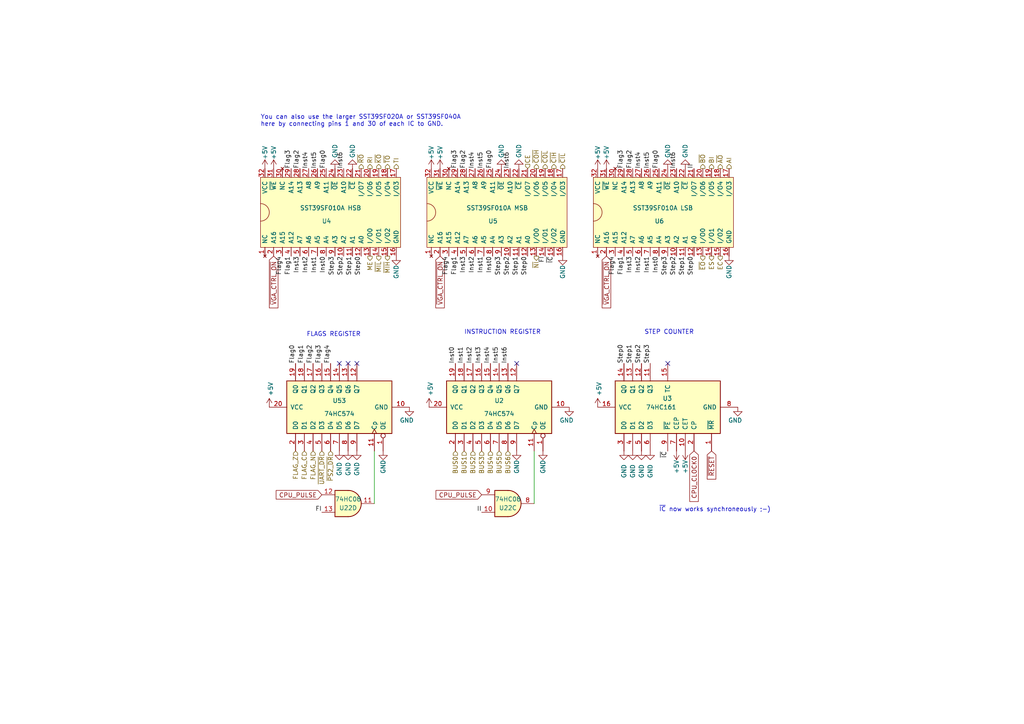
<source format=kicad_sch>
(kicad_sch (version 20211123) (generator eeschema)

  (uuid c18879d7-0c74-457d-a054-059a8a97e0ae)

  (paper "A4")

  (title_block
    (title "Control Logic")
    (date "2023-06-22")
    (rev "1.2")
    (comment 2 "creativecommons.org/licenses/by-nc-sa/4.0/")
    (comment 3 "This work is licensed under CC BY-NC-SA 4.0")
    (comment 4 "Author: Carsten Herting (slu4)")
  )

  (lib_symbols
    (symbol "8-Bit CPU 32k:74HC08" (pin_names (offset 1.016)) (in_bom yes) (on_board yes)
      (property "Reference" "U" (id 0) (at 0 1.27 0)
        (effects (font (size 1.27 1.27)))
      )
      (property "Value" "74HC08" (id 1) (at 0 -1.27 0)
        (effects (font (size 1.27 1.27)))
      )
      (property "Footprint" "" (id 2) (at 0 0 0)
        (effects (font (size 1.27 1.27)) hide)
      )
      (property "Datasheet" "http://www.ti.com/lit/gpn/sn74LS08" (id 3) (at 0 0 0)
        (effects (font (size 1.27 1.27)) hide)
      )
      (property "ki_locked" "" (id 4) (at 0 0 0)
        (effects (font (size 1.27 1.27)))
      )
      (property "ki_keywords" "TTL and2" (id 5) (at 0 0 0)
        (effects (font (size 1.27 1.27)) hide)
      )
      (property "ki_description" "Quad And2" (id 6) (at 0 0 0)
        (effects (font (size 1.27 1.27)) hide)
      )
      (property "ki_fp_filters" "DIP*W7.62mm*" (id 7) (at 0 0 0)
        (effects (font (size 1.27 1.27)) hide)
      )
      (symbol "74HC08_1_1"
        (arc (start 0 -3.81) (mid 3.81 0) (end 0 3.81)
          (stroke (width 0.254) (type default) (color 0 0 0 0))
          (fill (type background))
        )
        (polyline
          (pts
            (xy 0 3.81)
            (xy -3.81 3.81)
            (xy -3.81 -3.81)
            (xy 0 -3.81)
          )
          (stroke (width 0.254) (type default) (color 0 0 0 0))
          (fill (type background))
        )
        (pin input line (at -7.62 2.54 0) (length 3.81)
          (name "~" (effects (font (size 1.27 1.27))))
          (number "1" (effects (font (size 1.27 1.27))))
        )
        (pin input line (at -7.62 -2.54 0) (length 3.81)
          (name "~" (effects (font (size 1.27 1.27))))
          (number "2" (effects (font (size 1.27 1.27))))
        )
        (pin output line (at 7.62 0 180) (length 3.81)
          (name "~" (effects (font (size 1.27 1.27))))
          (number "3" (effects (font (size 1.27 1.27))))
        )
      )
      (symbol "74HC08_1_2"
        (arc (start -3.81 -3.81) (mid -2.589 0) (end -3.81 3.81)
          (stroke (width 0.254) (type default) (color 0 0 0 0))
          (fill (type none))
        )
        (arc (start -0.6096 -3.81) (mid 2.1842 -2.5851) (end 3.81 0)
          (stroke (width 0.254) (type default) (color 0 0 0 0))
          (fill (type background))
        )
        (polyline
          (pts
            (xy -3.81 -3.81)
            (xy -0.635 -3.81)
          )
          (stroke (width 0.254) (type default) (color 0 0 0 0))
          (fill (type background))
        )
        (polyline
          (pts
            (xy -3.81 3.81)
            (xy -0.635 3.81)
          )
          (stroke (width 0.254) (type default) (color 0 0 0 0))
          (fill (type background))
        )
        (polyline
          (pts
            (xy -0.635 3.81)
            (xy -3.81 3.81)
            (xy -3.81 3.81)
            (xy -3.556 3.4036)
            (xy -3.0226 2.2606)
            (xy -2.6924 1.0414)
            (xy -2.6162 -0.254)
            (xy -2.7686 -1.4986)
            (xy -3.175 -2.7178)
            (xy -3.81 -3.81)
            (xy -3.81 -3.81)
            (xy -0.635 -3.81)
          )
          (stroke (width -25.4) (type default) (color 0 0 0 0))
          (fill (type background))
        )
        (arc (start 3.81 0) (mid 2.1915 2.5936) (end -0.6096 3.81)
          (stroke (width 0.254) (type default) (color 0 0 0 0))
          (fill (type background))
        )
        (pin input inverted (at -7.62 2.54 0) (length 4.318)
          (name "~" (effects (font (size 1.27 1.27))))
          (number "1" (effects (font (size 1.27 1.27))))
        )
        (pin input inverted (at -7.62 -2.54 0) (length 4.318)
          (name "~" (effects (font (size 1.27 1.27))))
          (number "2" (effects (font (size 1.27 1.27))))
        )
        (pin output inverted (at 7.62 0 180) (length 3.81)
          (name "~" (effects (font (size 1.27 1.27))))
          (number "3" (effects (font (size 1.27 1.27))))
        )
      )
      (symbol "74HC08_2_1"
        (arc (start 0 -3.81) (mid 3.81 0) (end 0 3.81)
          (stroke (width 0.254) (type default) (color 0 0 0 0))
          (fill (type background))
        )
        (polyline
          (pts
            (xy 0 3.81)
            (xy -3.81 3.81)
            (xy -3.81 -3.81)
            (xy 0 -3.81)
          )
          (stroke (width 0.254) (type default) (color 0 0 0 0))
          (fill (type background))
        )
        (pin input line (at -7.62 2.54 0) (length 3.81)
          (name "~" (effects (font (size 1.27 1.27))))
          (number "4" (effects (font (size 1.27 1.27))))
        )
        (pin input line (at -7.62 -2.54 0) (length 3.81)
          (name "~" (effects (font (size 1.27 1.27))))
          (number "5" (effects (font (size 1.27 1.27))))
        )
        (pin output line (at 7.62 0 180) (length 3.81)
          (name "~" (effects (font (size 1.27 1.27))))
          (number "6" (effects (font (size 1.27 1.27))))
        )
      )
      (symbol "74HC08_2_2"
        (arc (start -3.81 -3.81) (mid -2.589 0) (end -3.81 3.81)
          (stroke (width 0.254) (type default) (color 0 0 0 0))
          (fill (type none))
        )
        (arc (start -0.6096 -3.81) (mid 2.1842 -2.5851) (end 3.81 0)
          (stroke (width 0.254) (type default) (color 0 0 0 0))
          (fill (type background))
        )
        (polyline
          (pts
            (xy -3.81 -3.81)
            (xy -0.635 -3.81)
          )
          (stroke (width 0.254) (type default) (color 0 0 0 0))
          (fill (type background))
        )
        (polyline
          (pts
            (xy -3.81 3.81)
            (xy -0.635 3.81)
          )
          (stroke (width 0.254) (type default) (color 0 0 0 0))
          (fill (type background))
        )
        (polyline
          (pts
            (xy -0.635 3.81)
            (xy -3.81 3.81)
            (xy -3.81 3.81)
            (xy -3.556 3.4036)
            (xy -3.0226 2.2606)
            (xy -2.6924 1.0414)
            (xy -2.6162 -0.254)
            (xy -2.7686 -1.4986)
            (xy -3.175 -2.7178)
            (xy -3.81 -3.81)
            (xy -3.81 -3.81)
            (xy -0.635 -3.81)
          )
          (stroke (width -25.4) (type default) (color 0 0 0 0))
          (fill (type background))
        )
        (arc (start 3.81 0) (mid 2.1915 2.5936) (end -0.6096 3.81)
          (stroke (width 0.254) (type default) (color 0 0 0 0))
          (fill (type background))
        )
        (pin input inverted (at -7.62 2.54 0) (length 4.318)
          (name "~" (effects (font (size 1.27 1.27))))
          (number "4" (effects (font (size 1.27 1.27))))
        )
        (pin input inverted (at -7.62 -2.54 0) (length 4.318)
          (name "~" (effects (font (size 1.27 1.27))))
          (number "5" (effects (font (size 1.27 1.27))))
        )
        (pin output inverted (at 7.62 0 180) (length 3.81)
          (name "~" (effects (font (size 1.27 1.27))))
          (number "6" (effects (font (size 1.27 1.27))))
        )
      )
      (symbol "74HC08_3_1"
        (arc (start 0 -3.81) (mid 3.81 0) (end 0 3.81)
          (stroke (width 0.254) (type default) (color 0 0 0 0))
          (fill (type background))
        )
        (polyline
          (pts
            (xy 0 3.81)
            (xy -3.81 3.81)
            (xy -3.81 -3.81)
            (xy 0 -3.81)
          )
          (stroke (width 0.254) (type default) (color 0 0 0 0))
          (fill (type background))
        )
        (pin input line (at -7.62 -2.54 0) (length 3.81)
          (name "~" (effects (font (size 1.27 1.27))))
          (number "10" (effects (font (size 1.27 1.27))))
        )
        (pin output line (at 7.62 0 180) (length 3.81)
          (name "~" (effects (font (size 1.27 1.27))))
          (number "8" (effects (font (size 1.27 1.27))))
        )
        (pin input line (at -7.62 2.54 0) (length 3.81)
          (name "~" (effects (font (size 1.27 1.27))))
          (number "9" (effects (font (size 1.27 1.27))))
        )
      )
      (symbol "74HC08_3_2"
        (arc (start -3.81 -3.81) (mid -2.589 0) (end -3.81 3.81)
          (stroke (width 0.254) (type default) (color 0 0 0 0))
          (fill (type none))
        )
        (arc (start -0.6096 -3.81) (mid 2.1842 -2.5851) (end 3.81 0)
          (stroke (width 0.254) (type default) (color 0 0 0 0))
          (fill (type background))
        )
        (polyline
          (pts
            (xy -3.81 -3.81)
            (xy -0.635 -3.81)
          )
          (stroke (width 0.254) (type default) (color 0 0 0 0))
          (fill (type background))
        )
        (polyline
          (pts
            (xy -3.81 3.81)
            (xy -0.635 3.81)
          )
          (stroke (width 0.254) (type default) (color 0 0 0 0))
          (fill (type background))
        )
        (polyline
          (pts
            (xy -0.635 3.81)
            (xy -3.81 3.81)
            (xy -3.81 3.81)
            (xy -3.556 3.4036)
            (xy -3.0226 2.2606)
            (xy -2.6924 1.0414)
            (xy -2.6162 -0.254)
            (xy -2.7686 -1.4986)
            (xy -3.175 -2.7178)
            (xy -3.81 -3.81)
            (xy -3.81 -3.81)
            (xy -0.635 -3.81)
          )
          (stroke (width -25.4) (type default) (color 0 0 0 0))
          (fill (type background))
        )
        (arc (start 3.81 0) (mid 2.1915 2.5936) (end -0.6096 3.81)
          (stroke (width 0.254) (type default) (color 0 0 0 0))
          (fill (type background))
        )
        (pin input inverted (at -7.62 -2.54 0) (length 4.318)
          (name "~" (effects (font (size 1.27 1.27))))
          (number "10" (effects (font (size 1.27 1.27))))
        )
        (pin output inverted (at 7.62 0 180) (length 3.81)
          (name "~" (effects (font (size 1.27 1.27))))
          (number "8" (effects (font (size 1.27 1.27))))
        )
        (pin input inverted (at -7.62 2.54 0) (length 4.318)
          (name "~" (effects (font (size 1.27 1.27))))
          (number "9" (effects (font (size 1.27 1.27))))
        )
      )
      (symbol "74HC08_4_1"
        (arc (start 0 -3.81) (mid 3.81 0) (end 0 3.81)
          (stroke (width 0.254) (type default) (color 0 0 0 0))
          (fill (type background))
        )
        (polyline
          (pts
            (xy 0 3.81)
            (xy -3.81 3.81)
            (xy -3.81 -3.81)
            (xy 0 -3.81)
          )
          (stroke (width 0.254) (type default) (color 0 0 0 0))
          (fill (type background))
        )
        (pin output line (at 7.62 0 180) (length 3.81)
          (name "~" (effects (font (size 1.27 1.27))))
          (number "11" (effects (font (size 1.27 1.27))))
        )
        (pin input line (at -7.62 2.54 0) (length 3.81)
          (name "~" (effects (font (size 1.27 1.27))))
          (number "12" (effects (font (size 1.27 1.27))))
        )
        (pin input line (at -7.62 -2.54 0) (length 3.81)
          (name "~" (effects (font (size 1.27 1.27))))
          (number "13" (effects (font (size 1.27 1.27))))
        )
      )
      (symbol "74HC08_4_2"
        (arc (start -3.81 -3.81) (mid -2.589 0) (end -3.81 3.81)
          (stroke (width 0.254) (type default) (color 0 0 0 0))
          (fill (type none))
        )
        (arc (start -0.6096 -3.81) (mid 2.1842 -2.5851) (end 3.81 0)
          (stroke (width 0.254) (type default) (color 0 0 0 0))
          (fill (type background))
        )
        (polyline
          (pts
            (xy -3.81 -3.81)
            (xy -0.635 -3.81)
          )
          (stroke (width 0.254) (type default) (color 0 0 0 0))
          (fill (type background))
        )
        (polyline
          (pts
            (xy -3.81 3.81)
            (xy -0.635 3.81)
          )
          (stroke (width 0.254) (type default) (color 0 0 0 0))
          (fill (type background))
        )
        (polyline
          (pts
            (xy -0.635 3.81)
            (xy -3.81 3.81)
            (xy -3.81 3.81)
            (xy -3.556 3.4036)
            (xy -3.0226 2.2606)
            (xy -2.6924 1.0414)
            (xy -2.6162 -0.254)
            (xy -2.7686 -1.4986)
            (xy -3.175 -2.7178)
            (xy -3.81 -3.81)
            (xy -3.81 -3.81)
            (xy -0.635 -3.81)
          )
          (stroke (width -25.4) (type default) (color 0 0 0 0))
          (fill (type background))
        )
        (arc (start 3.81 0) (mid 2.1915 2.5936) (end -0.6096 3.81)
          (stroke (width 0.254) (type default) (color 0 0 0 0))
          (fill (type background))
        )
        (pin output inverted (at 7.62 0 180) (length 3.81)
          (name "~" (effects (font (size 1.27 1.27))))
          (number "11" (effects (font (size 1.27 1.27))))
        )
        (pin input inverted (at -7.62 2.54 0) (length 4.318)
          (name "~" (effects (font (size 1.27 1.27))))
          (number "12" (effects (font (size 1.27 1.27))))
        )
        (pin input inverted (at -7.62 -2.54 0) (length 4.318)
          (name "~" (effects (font (size 1.27 1.27))))
          (number "13" (effects (font (size 1.27 1.27))))
        )
      )
      (symbol "74HC08_5_0"
        (pin power_in line (at 0 12.7 270) (length 5.08)
          (name "VCC" (effects (font (size 1.27 1.27))))
          (number "14" (effects (font (size 1.27 1.27))))
        )
        (pin power_in line (at 0 -12.7 90) (length 5.08)
          (name "GND" (effects (font (size 1.27 1.27))))
          (number "7" (effects (font (size 1.27 1.27))))
        )
      )
      (symbol "74HC08_5_1"
        (rectangle (start -5.08 7.62) (end 5.08 -7.62)
          (stroke (width 0.254) (type default) (color 0 0 0 0))
          (fill (type background))
        )
      )
    )
    (symbol "8-Bit CPU 32k:74HC161" (pin_names (offset 1.016)) (in_bom yes) (on_board yes)
      (property "Reference" "U" (id 0) (at -7.62 16.51 0)
        (effects (font (size 1.27 1.27)))
      )
      (property "Value" "74HC161" (id 1) (at -7.62 -16.51 0)
        (effects (font (size 1.27 1.27)))
      )
      (property "Footprint" "" (id 2) (at 0 0 0)
        (effects (font (size 1.27 1.27)) hide)
      )
      (property "Datasheet" "http://www.ti.com/lit/gpn/sn74LS161" (id 3) (at 0 0 0)
        (effects (font (size 1.27 1.27)) hide)
      )
      (property "ki_locked" "" (id 4) (at 0 0 0)
        (effects (font (size 1.27 1.27)))
      )
      (property "ki_keywords" "TTL CNT CNT4" (id 5) (at 0 0 0)
        (effects (font (size 1.27 1.27)) hide)
      )
      (property "ki_description" "Synchronous 4-bit programmable binary Counter" (id 6) (at 0 0 0)
        (effects (font (size 1.27 1.27)) hide)
      )
      (property "ki_fp_filters" "DIP?16*" (id 7) (at 0 0 0)
        (effects (font (size 1.27 1.27)) hide)
      )
      (symbol "74HC161_1_0"
        (pin input line (at -12.7 -12.7 0) (length 5.08)
          (name "~{MR}" (effects (font (size 1.27 1.27))))
          (number "1" (effects (font (size 1.27 1.27))))
        )
        (pin input line (at -12.7 -5.08 0) (length 5.08)
          (name "CET" (effects (font (size 1.27 1.27))))
          (number "10" (effects (font (size 1.27 1.27))))
        )
        (pin output line (at 12.7 5.08 180) (length 5.08)
          (name "Q3" (effects (font (size 1.27 1.27))))
          (number "11" (effects (font (size 1.27 1.27))))
        )
        (pin output line (at 12.7 7.62 180) (length 5.08)
          (name "Q2" (effects (font (size 1.27 1.27))))
          (number "12" (effects (font (size 1.27 1.27))))
        )
        (pin output line (at 12.7 10.16 180) (length 5.08)
          (name "Q1" (effects (font (size 1.27 1.27))))
          (number "13" (effects (font (size 1.27 1.27))))
        )
        (pin output line (at 12.7 12.7 180) (length 5.08)
          (name "Q0" (effects (font (size 1.27 1.27))))
          (number "14" (effects (font (size 1.27 1.27))))
        )
        (pin output line (at 12.7 0 180) (length 5.08)
          (name "TC" (effects (font (size 1.27 1.27))))
          (number "15" (effects (font (size 1.27 1.27))))
        )
        (pin power_in line (at 0 20.32 270) (length 5.08)
          (name "VCC" (effects (font (size 1.27 1.27))))
          (number "16" (effects (font (size 1.27 1.27))))
        )
        (pin input line (at -12.7 -7.62 0) (length 5.08)
          (name "CP" (effects (font (size 1.27 1.27))))
          (number "2" (effects (font (size 1.27 1.27))))
        )
        (pin input line (at -12.7 12.7 0) (length 5.08)
          (name "D0" (effects (font (size 1.27 1.27))))
          (number "3" (effects (font (size 1.27 1.27))))
        )
        (pin input line (at -12.7 10.16 0) (length 5.08)
          (name "D1" (effects (font (size 1.27 1.27))))
          (number "4" (effects (font (size 1.27 1.27))))
        )
        (pin input line (at -12.7 7.62 0) (length 5.08)
          (name "D2" (effects (font (size 1.27 1.27))))
          (number "5" (effects (font (size 1.27 1.27))))
        )
        (pin input line (at -12.7 5.08 0) (length 5.08)
          (name "D3" (effects (font (size 1.27 1.27))))
          (number "6" (effects (font (size 1.27 1.27))))
        )
        (pin input line (at -12.7 -2.54 0) (length 5.08)
          (name "CEP" (effects (font (size 1.27 1.27))))
          (number "7" (effects (font (size 1.27 1.27))))
        )
        (pin power_in line (at 0 -20.32 90) (length 5.08)
          (name "GND" (effects (font (size 1.27 1.27))))
          (number "8" (effects (font (size 1.27 1.27))))
        )
        (pin input line (at -12.7 0 0) (length 5.08)
          (name "~{PE}" (effects (font (size 1.27 1.27))))
          (number "9" (effects (font (size 1.27 1.27))))
        )
      )
      (symbol "74HC161_1_1"
        (rectangle (start -7.62 15.24) (end 7.62 -15.24)
          (stroke (width 0.254) (type default) (color 0 0 0 0))
          (fill (type background))
        )
      )
    )
    (symbol "8-Bit CPU 32k:74HC574" (pin_names (offset 1.016)) (in_bom yes) (on_board yes)
      (property "Reference" "U" (id 0) (at -7.62 16.51 0)
        (effects (font (size 1.27 1.27)))
      )
      (property "Value" "74HC574" (id 1) (at -7.62 -16.51 0)
        (effects (font (size 1.27 1.27)))
      )
      (property "Footprint" "" (id 2) (at 0 0 0)
        (effects (font (size 1.27 1.27)) hide)
      )
      (property "Datasheet" "http://www.ti.com/lit/gpn/sn74LS574" (id 3) (at 0 0 0)
        (effects (font (size 1.27 1.27)) hide)
      )
      (property "ki_locked" "" (id 4) (at 0 0 0)
        (effects (font (size 1.27 1.27)))
      )
      (property "ki_keywords" "TTL REG DFF DFF8 3State" (id 5) (at 0 0 0)
        (effects (font (size 1.27 1.27)) hide)
      )
      (property "ki_description" "8-bit Register, 3-state outputs" (id 6) (at 0 0 0)
        (effects (font (size 1.27 1.27)) hide)
      )
      (property "ki_fp_filters" "DIP?20*" (id 7) (at 0 0 0)
        (effects (font (size 1.27 1.27)) hide)
      )
      (symbol "74HC574_1_0"
        (pin input inverted (at -12.7 -12.7 0) (length 5.08)
          (name "OE" (effects (font (size 1.27 1.27))))
          (number "1" (effects (font (size 1.27 1.27))))
        )
        (pin power_in line (at 0 -20.32 90) (length 5.08)
          (name "GND" (effects (font (size 1.27 1.27))))
          (number "10" (effects (font (size 1.27 1.27))))
        )
        (pin input clock (at -12.7 -10.16 0) (length 5.08)
          (name "Cp" (effects (font (size 1.27 1.27))))
          (number "11" (effects (font (size 1.27 1.27))))
        )
        (pin tri_state line (at 12.7 -5.08 180) (length 5.08)
          (name "Q7" (effects (font (size 1.27 1.27))))
          (number "12" (effects (font (size 1.27 1.27))))
        )
        (pin tri_state line (at 12.7 -2.54 180) (length 5.08)
          (name "Q6" (effects (font (size 1.27 1.27))))
          (number "13" (effects (font (size 1.27 1.27))))
        )
        (pin tri_state line (at 12.7 0 180) (length 5.08)
          (name "Q5" (effects (font (size 1.27 1.27))))
          (number "14" (effects (font (size 1.27 1.27))))
        )
        (pin tri_state line (at 12.7 2.54 180) (length 5.08)
          (name "Q4" (effects (font (size 1.27 1.27))))
          (number "15" (effects (font (size 1.27 1.27))))
        )
        (pin tri_state line (at 12.7 5.08 180) (length 5.08)
          (name "Q3" (effects (font (size 1.27 1.27))))
          (number "16" (effects (font (size 1.27 1.27))))
        )
        (pin tri_state line (at 12.7 7.62 180) (length 5.08)
          (name "Q2" (effects (font (size 1.27 1.27))))
          (number "17" (effects (font (size 1.27 1.27))))
        )
        (pin tri_state line (at 12.7 10.16 180) (length 5.08)
          (name "Q1" (effects (font (size 1.27 1.27))))
          (number "18" (effects (font (size 1.27 1.27))))
        )
        (pin tri_state line (at 12.7 12.7 180) (length 5.08)
          (name "Q0" (effects (font (size 1.27 1.27))))
          (number "19" (effects (font (size 1.27 1.27))))
        )
        (pin input line (at -12.7 12.7 0) (length 5.08)
          (name "D0" (effects (font (size 1.27 1.27))))
          (number "2" (effects (font (size 1.27 1.27))))
        )
        (pin power_in line (at 0 20.32 270) (length 5.08)
          (name "VCC" (effects (font (size 1.27 1.27))))
          (number "20" (effects (font (size 1.27 1.27))))
        )
        (pin input line (at -12.7 10.16 0) (length 5.08)
          (name "D1" (effects (font (size 1.27 1.27))))
          (number "3" (effects (font (size 1.27 1.27))))
        )
        (pin input line (at -12.7 7.62 0) (length 5.08)
          (name "D2" (effects (font (size 1.27 1.27))))
          (number "4" (effects (font (size 1.27 1.27))))
        )
        (pin input line (at -12.7 5.08 0) (length 5.08)
          (name "D3" (effects (font (size 1.27 1.27))))
          (number "5" (effects (font (size 1.27 1.27))))
        )
        (pin input line (at -12.7 2.54 0) (length 5.08)
          (name "D4" (effects (font (size 1.27 1.27))))
          (number "6" (effects (font (size 1.27 1.27))))
        )
        (pin input line (at -12.7 0 0) (length 5.08)
          (name "D5" (effects (font (size 1.27 1.27))))
          (number "7" (effects (font (size 1.27 1.27))))
        )
        (pin input line (at -12.7 -2.54 0) (length 5.08)
          (name "D6" (effects (font (size 1.27 1.27))))
          (number "8" (effects (font (size 1.27 1.27))))
        )
        (pin input line (at -12.7 -5.08 0) (length 5.08)
          (name "D7" (effects (font (size 1.27 1.27))))
          (number "9" (effects (font (size 1.27 1.27))))
        )
      )
      (symbol "74HC574_1_1"
        (rectangle (start -7.62 15.24) (end 7.62 -15.24)
          (stroke (width 0.254) (type default) (color 0 0 0 0))
          (fill (type background))
        )
      )
    )
    (symbol "8-Bit CPU 32k:SST39SF010A" (pin_names (offset 1.016)) (in_bom yes) (on_board yes)
      (property "Reference" "U" (id 0) (at -1.27 2.54 90)
        (effects (font (size 1.27 1.27)))
      )
      (property "Value" "SST39SF010A" (id 1) (at 2.54 2.54 90)
        (effects (font (size 1.27 1.27)))
      )
      (property "Footprint" "" (id 2) (at 0 0 0)
        (effects (font (size 1.27 1.27)) hide)
      )
      (property "Datasheet" "" (id 3) (at 0 0 0)
        (effects (font (size 1.27 1.27)) hide)
      )
      (symbol "SST39SF010A_0_1"
        (rectangle (start -10.16 24.13) (end 10.16 -16.51)
          (stroke (width 0) (type default) (color 0 0 0 0))
          (fill (type background))
        )
        (arc (start -2.54 24.13) (mid 0 21.59) (end 2.54 24.13)
          (stroke (width 0) (type default) (color 0 0 0 0))
          (fill (type none))
        )
      )
      (symbol "SST39SF010A_1_1"
        (pin no_connect line (at -12.7 22.86 0) (length 2.54)
          (name "NC" (effects (font (size 1.27 1.27))))
          (number "1" (effects (font (size 1.27 1.27))))
        )
        (pin input line (at -12.7 0 0) (length 2.54)
          (name "A2" (effects (font (size 1.27 1.27))))
          (number "10" (effects (font (size 1.27 1.27))))
        )
        (pin input line (at -12.7 -2.54 0) (length 2.54)
          (name "A1" (effects (font (size 1.27 1.27))))
          (number "11" (effects (font (size 1.27 1.27))))
        )
        (pin input line (at -12.7 -5.08 0) (length 2.54)
          (name "A0" (effects (font (size 1.27 1.27))))
          (number "12" (effects (font (size 1.27 1.27))))
        )
        (pin bidirectional line (at -12.7 -7.62 0) (length 2.54)
          (name "I/O0" (effects (font (size 1.27 1.27))))
          (number "13" (effects (font (size 1.27 1.27))))
        )
        (pin bidirectional line (at -12.7 -10.16 0) (length 2.54)
          (name "I/O1" (effects (font (size 1.27 1.27))))
          (number "14" (effects (font (size 1.27 1.27))))
        )
        (pin bidirectional line (at -12.7 -12.7 0) (length 2.54)
          (name "I/O2" (effects (font (size 1.27 1.27))))
          (number "15" (effects (font (size 1.27 1.27))))
        )
        (pin power_in line (at -12.7 -15.24 0) (length 2.54)
          (name "GND" (effects (font (size 1.27 1.27))))
          (number "16" (effects (font (size 1.27 1.27))))
        )
        (pin bidirectional line (at 12.7 -15.24 180) (length 2.54)
          (name "I/O3" (effects (font (size 1.27 1.27))))
          (number "17" (effects (font (size 1.27 1.27))))
        )
        (pin bidirectional line (at 12.7 -12.7 180) (length 2.54)
          (name "I/O4" (effects (font (size 1.27 1.27))))
          (number "18" (effects (font (size 1.27 1.27))))
        )
        (pin bidirectional line (at 12.7 -10.16 180) (length 2.54)
          (name "I/O5" (effects (font (size 1.27 1.27))))
          (number "19" (effects (font (size 1.27 1.27))))
        )
        (pin input line (at -12.7 20.32 0) (length 2.54)
          (name "A16" (effects (font (size 1.27 1.27))))
          (number "2" (effects (font (size 1.27 1.27))))
        )
        (pin bidirectional line (at 12.7 -7.62 180) (length 2.54)
          (name "I/O6" (effects (font (size 1.27 1.27))))
          (number "20" (effects (font (size 1.27 1.27))))
        )
        (pin bidirectional line (at 12.7 -5.08 180) (length 2.54)
          (name "I/O7" (effects (font (size 1.27 1.27))))
          (number "21" (effects (font (size 1.27 1.27))))
        )
        (pin input line (at 12.7 -2.54 180) (length 2.54)
          (name "~{CE}" (effects (font (size 1.27 1.27))))
          (number "22" (effects (font (size 1.27 1.27))))
        )
        (pin input line (at 12.7 0 180) (length 2.54)
          (name "A10" (effects (font (size 1.27 1.27))))
          (number "23" (effects (font (size 1.27 1.27))))
        )
        (pin input line (at 12.7 2.54 180) (length 2.54)
          (name "~{OE}" (effects (font (size 1.27 1.27))))
          (number "24" (effects (font (size 1.27 1.27))))
        )
        (pin input line (at 12.7 5.08 180) (length 2.54)
          (name "A11" (effects (font (size 1.27 1.27))))
          (number "25" (effects (font (size 1.27 1.27))))
        )
        (pin input line (at 12.7 7.62 180) (length 2.54)
          (name "A9" (effects (font (size 1.27 1.27))))
          (number "26" (effects (font (size 1.27 1.27))))
        )
        (pin input line (at 12.7 10.16 180) (length 2.54)
          (name "A8" (effects (font (size 1.27 1.27))))
          (number "27" (effects (font (size 1.27 1.27))))
        )
        (pin input line (at 12.7 12.7 180) (length 2.54)
          (name "A13" (effects (font (size 1.27 1.27))))
          (number "28" (effects (font (size 1.27 1.27))))
        )
        (pin input line (at 12.7 15.24 180) (length 2.54)
          (name "A14" (effects (font (size 1.27 1.27))))
          (number "29" (effects (font (size 1.27 1.27))))
        )
        (pin input line (at -12.7 17.78 0) (length 2.54)
          (name "A15" (effects (font (size 1.27 1.27))))
          (number "3" (effects (font (size 1.27 1.27))))
        )
        (pin no_connect line (at 12.7 17.78 180) (length 2.54)
          (name "NC" (effects (font (size 1.27 1.27))))
          (number "30" (effects (font (size 1.27 1.27))))
        )
        (pin input line (at 12.7 20.32 180) (length 2.54)
          (name "~{WE}" (effects (font (size 1.27 1.27))))
          (number "31" (effects (font (size 1.27 1.27))))
        )
        (pin power_in line (at 12.7 22.86 180) (length 2.54)
          (name "VCC" (effects (font (size 1.27 1.27))))
          (number "32" (effects (font (size 1.27 1.27))))
        )
        (pin input line (at -12.7 15.24 0) (length 2.54)
          (name "A12" (effects (font (size 1.27 1.27))))
          (number "4" (effects (font (size 1.27 1.27))))
        )
        (pin input line (at -12.7 12.7 0) (length 2.54)
          (name "A7" (effects (font (size 1.27 1.27))))
          (number "5" (effects (font (size 1.27 1.27))))
        )
        (pin input line (at -12.7 10.16 0) (length 2.54)
          (name "A6" (effects (font (size 1.27 1.27))))
          (number "6" (effects (font (size 1.27 1.27))))
        )
        (pin input line (at -12.7 7.62 0) (length 2.54)
          (name "A5" (effects (font (size 1.27 1.27))))
          (number "7" (effects (font (size 1.27 1.27))))
        )
        (pin input line (at -12.7 5.08 0) (length 2.54)
          (name "A4" (effects (font (size 1.27 1.27))))
          (number "8" (effects (font (size 1.27 1.27))))
        )
        (pin input line (at -12.7 2.54 0) (length 2.54)
          (name "A3" (effects (font (size 1.27 1.27))))
          (number "9" (effects (font (size 1.27 1.27))))
        )
      )
    )
    (symbol "power:+5V" (power) (pin_names (offset 0)) (in_bom yes) (on_board yes)
      (property "Reference" "#PWR" (id 0) (at 0 -3.81 0)
        (effects (font (size 1.27 1.27)) hide)
      )
      (property "Value" "+5V" (id 1) (at 0 3.556 0)
        (effects (font (size 1.27 1.27)))
      )
      (property "Footprint" "" (id 2) (at 0 0 0)
        (effects (font (size 1.27 1.27)) hide)
      )
      (property "Datasheet" "" (id 3) (at 0 0 0)
        (effects (font (size 1.27 1.27)) hide)
      )
      (property "ki_keywords" "power-flag" (id 4) (at 0 0 0)
        (effects (font (size 1.27 1.27)) hide)
      )
      (property "ki_description" "Power symbol creates a global label with name \"+5V\"" (id 5) (at 0 0 0)
        (effects (font (size 1.27 1.27)) hide)
      )
      (symbol "+5V_0_1"
        (polyline
          (pts
            (xy -0.762 1.27)
            (xy 0 2.54)
          )
          (stroke (width 0) (type default) (color 0 0 0 0))
          (fill (type none))
        )
        (polyline
          (pts
            (xy 0 0)
            (xy 0 2.54)
          )
          (stroke (width 0) (type default) (color 0 0 0 0))
          (fill (type none))
        )
        (polyline
          (pts
            (xy 0 2.54)
            (xy 0.762 1.27)
          )
          (stroke (width 0) (type default) (color 0 0 0 0))
          (fill (type none))
        )
      )
      (symbol "+5V_1_1"
        (pin power_in line (at 0 0 90) (length 0) hide
          (name "+5V" (effects (font (size 1.27 1.27))))
          (number "1" (effects (font (size 1.27 1.27))))
        )
      )
    )
    (symbol "power:GND" (power) (pin_names (offset 0)) (in_bom yes) (on_board yes)
      (property "Reference" "#PWR" (id 0) (at 0 -6.35 0)
        (effects (font (size 1.27 1.27)) hide)
      )
      (property "Value" "GND" (id 1) (at 0 -3.81 0)
        (effects (font (size 1.27 1.27)))
      )
      (property "Footprint" "" (id 2) (at 0 0 0)
        (effects (font (size 1.27 1.27)) hide)
      )
      (property "Datasheet" "" (id 3) (at 0 0 0)
        (effects (font (size 1.27 1.27)) hide)
      )
      (property "ki_keywords" "power-flag" (id 4) (at 0 0 0)
        (effects (font (size 1.27 1.27)) hide)
      )
      (property "ki_description" "Power symbol creates a global label with name \"GND\" , ground" (id 5) (at 0 0 0)
        (effects (font (size 1.27 1.27)) hide)
      )
      (symbol "GND_0_1"
        (polyline
          (pts
            (xy 0 0)
            (xy 0 -1.27)
            (xy 1.27 -1.27)
            (xy 0 -2.54)
            (xy -1.27 -1.27)
            (xy 0 -1.27)
          )
          (stroke (width 0) (type default) (color 0 0 0 0))
          (fill (type none))
        )
      )
      (symbol "GND_1_1"
        (pin power_in line (at 0 0 270) (length 0) hide
          (name "GND" (effects (font (size 1.27 1.27))))
          (number "1" (effects (font (size 1.27 1.27))))
        )
      )
    )
  )


  (no_connect (at 149.86 105.41) (uuid 3561855b-c2e3-4a00-b968-196af39e42d2))
  (no_connect (at 98.425 105.41) (uuid 42bdbdb5-57ff-414a-9709-1fd35153dba1))
  (no_connect (at 193.675 105.41) (uuid 9f4e8453-f6eb-4714-96ec-a72517d8df9f))
  (no_connect (at 100.965 105.41) (uuid 9fc44b29-26ef-4c71-99ad-b1ac863f4c2d))
  (no_connect (at 103.505 105.41) (uuid 9fc44b29-26ef-4c71-99ad-b1ac863f4c2e))

  (wire (pts (xy 154.94 130.81) (xy 154.94 146.05))
    (stroke (width 0) (type default) (color 0 0 0 0))
    (uuid 4526cfe3-5612-417d-b23d-78d07c89089f)
  )
  (wire (pts (xy 108.585 130.81) (xy 108.585 146.05))
    (stroke (width 0) (type default) (color 0 0 0 0))
    (uuid c1b17986-f957-4c5a-860d-6c33a690e52c)
  )

  (text "FLAGS REGISTER" (at 88.9 97.79 0)
    (effects (font (size 1.27 1.27)) (justify left bottom))
    (uuid 1f794d15-f07a-4f72-8970-aa8eec1b136c)
  )
  (text "~{IC} now works synchroneously ;-)" (at 191.135 148.59 0)
    (effects (font (size 1.27 1.27)) (justify left bottom))
    (uuid 96c09d59-d198-4418-a5ac-fdd4f1ef7f42)
  )
  (text "INSTRUCTION REGISTER" (at 134.62 97.155 0)
    (effects (font (size 1.27 1.27)) (justify left bottom))
    (uuid a26ccca5-c014-4514-a956-893fd864e58a)
  )
  (text "You can also use the larger SST39SF020A or SST39SF040A\nhere by connecting pins 1 and 30 of each IC to GND."
    (at 75.565 36.83 0)
    (effects (font (size 1.27 1.27)) (justify left bottom))
    (uuid af4d1239-6917-4f90-b6b2-1fa14c8aa720)
  )
  (text "STEP COUNTER" (at 201.295 97.155 180)
    (effects (font (size 1.27 1.27)) (justify right bottom))
    (uuid b4b16297-6030-413b-8f6b-192908356bda)
  )

  (label "Flag1" (at 132.715 74.295 270)
    (effects (font (size 1.27 1.27)) (justify right bottom))
    (uuid 03d96bdb-d2eb-40ab-99d8-b54adb55adf5)
  )
  (label "Inst5" (at 140.335 48.895 90)
    (effects (font (size 1.27 1.27)) (justify left bottom))
    (uuid 052f823d-72bc-4600-9f8b-76c63eb791e8)
  )
  (label "Inst6" (at 147.955 48.895 90)
    (effects (font (size 1.27 1.27)) (justify left bottom))
    (uuid 07ba4ad5-ce4d-44c2-a4cc-0a4c807973bf)
  )
  (label "Step0" (at 104.775 74.295 270)
    (effects (font (size 1.27 1.27)) (justify right bottom))
    (uuid 0cb3be18-6108-49e5-ba5a-e3ffa09e04a5)
  )
  (label "Inst6" (at 196.215 48.895 90)
    (effects (font (size 1.27 1.27)) (justify left bottom))
    (uuid 120907fe-1950-4252-a8b8-60513476700d)
  )
  (label "Step1" (at 102.235 74.295 270)
    (effects (font (size 1.27 1.27)) (justify right bottom))
    (uuid 18323d8a-346a-47a7-9ec0-1acf066f5195)
  )
  (label "Inst5" (at 144.78 105.41 90)
    (effects (font (size 1.27 1.27)) (justify left bottom))
    (uuid 1a537ce9-ad0f-4c3a-8c9c-4d69d5fa816e)
  )
  (label "Step2" (at 147.955 74.295 270)
    (effects (font (size 1.27 1.27)) (justify right bottom))
    (uuid 1bcb8bdd-1bf6-43a1-a3a7-ed5f63689125)
  )
  (label "Inst2" (at 89.535 74.295 270)
    (effects (font (size 1.27 1.27)) (justify right bottom))
    (uuid 23b55ebf-f5e4-4a83-8138-132c6c4309d3)
  )
  (label "Inst4" (at 137.795 48.895 90)
    (effects (font (size 1.27 1.27)) (justify left bottom))
    (uuid 24147615-603e-4a8d-bdae-ea5a3c799ead)
  )
  (label "Flag1" (at 88.265 105.41 90)
    (effects (font (size 1.27 1.27)) (justify left bottom))
    (uuid 26d14299-6156-404d-aa63-7cef78eb5bbf)
  )
  (label "Flag2" (at 183.515 48.895 90)
    (effects (font (size 1.27 1.27)) (justify left bottom))
    (uuid 2e9d74de-1bcc-4e82-bc84-b48b389dfa0e)
  )
  (label "Flag2" (at 135.255 48.895 90)
    (effects (font (size 1.27 1.27)) (justify left bottom))
    (uuid 338d9e3a-2498-4542-af47-5ea7c815b2a8)
  )
  (label "Inst3" (at 183.515 74.295 270)
    (effects (font (size 1.27 1.27)) (justify right bottom))
    (uuid 34a103af-647f-4719-bc42-d57ce8bb18a3)
  )
  (label "Step0" (at 153.035 74.295 270)
    (effects (font (size 1.27 1.27)) (justify right bottom))
    (uuid 37776227-9eee-488f-8e7c-617e091ebd57)
  )
  (label "Flag2" (at 86.995 48.895 90)
    (effects (font (size 1.27 1.27)) (justify left bottom))
    (uuid 38b793c4-d183-49a8-b64e-b0db03971012)
  )
  (label "Flag3" (at 180.975 48.895 90)
    (effects (font (size 1.27 1.27)) (justify left bottom))
    (uuid 3b1d8cc2-9ebe-4765-aebd-62f3cab6ea46)
  )
  (label "Flag3" (at 93.345 105.41 90)
    (effects (font (size 1.27 1.27)) (justify left bottom))
    (uuid 3b271352-814f-4f8a-8508-e1fe43b08ccc)
  )
  (label "Flag4" (at 81.915 74.295 270)
    (effects (font (size 1.27 1.27)) (justify right bottom))
    (uuid 41b69c74-df3a-4ed5-9cce-f21dce610488)
  )
  (label "Flag2" (at 90.805 105.41 90)
    (effects (font (size 1.27 1.27)) (justify left bottom))
    (uuid 4ac2e943-d87a-4bff-a4af-c6ae0395835f)
  )
  (label "Step3" (at 145.415 74.295 270)
    (effects (font (size 1.27 1.27)) (justify right bottom))
    (uuid 4ec1b51a-72ff-4a25-ba70-e94a058d2dfe)
  )
  (label "Step2" (at 99.695 74.295 270)
    (effects (font (size 1.27 1.27)) (justify right bottom))
    (uuid 51d7e5a0-f026-4046-a757-082446a898a4)
  )
  (label "Inst1" (at 140.335 74.295 270)
    (effects (font (size 1.27 1.27)) (justify right bottom))
    (uuid 51e85aca-6b27-409c-aa29-31cfeaf65abc)
  )
  (label "Flag0" (at 94.615 48.895 90)
    (effects (font (size 1.27 1.27)) (justify left bottom))
    (uuid 54146300-6396-499e-90de-295d3a22490b)
  )
  (label "Inst0" (at 191.135 74.295 270)
    (effects (font (size 1.27 1.27)) (justify right bottom))
    (uuid 578ebf06-1ec5-4ab3-9cf5-bc64fcdb05b3)
  )
  (label "Inst2" (at 186.055 74.295 270)
    (effects (font (size 1.27 1.27)) (justify right bottom))
    (uuid 57c953ba-8604-4a33-8e4b-1db60d4e2a49)
  )
  (label "Inst2" (at 137.795 74.295 270)
    (effects (font (size 1.27 1.27)) (justify right bottom))
    (uuid 58f874e8-9ba0-45f5-991c-8958c9f801df)
  )
  (label "Inst6" (at 99.695 48.895 90)
    (effects (font (size 1.27 1.27)) (justify left bottom))
    (uuid 5ff52d43-3a36-488d-9dff-1e19917fa891)
  )
  (label "FI" (at 93.345 148.59 180)
    (effects (font (size 1.27 1.27)) (justify right bottom))
    (uuid 623daf38-3624-46af-b60d-308b46f690fc)
  )
  (label "Flag3" (at 132.715 48.895 90)
    (effects (font (size 1.27 1.27)) (justify left bottom))
    (uuid 6e257790-0961-48d4-a499-342189c25bd5)
  )
  (label "Inst5" (at 92.075 48.895 90)
    (effects (font (size 1.27 1.27)) (justify left bottom))
    (uuid 6eaf6328-04cf-4b35-a878-6ae15a7e629e)
  )
  (label "II" (at 201.295 48.895 90)
    (effects (font (size 1.27 1.27)) (justify left bottom))
    (uuid 6f1acfbb-baf0-40ae-9523-2d0f1f88e92a)
  )
  (label "Flag4" (at 130.175 74.295 270)
    (effects (font (size 1.27 1.27)) (justify right bottom))
    (uuid 73a25b59-b510-4086-a7b6-1eac6fb47d80)
  )
  (label "Inst3" (at 135.255 74.295 270)
    (effects (font (size 1.27 1.27)) (justify right bottom))
    (uuid 76571700-2d33-4db2-b24f-abc343c39d4f)
  )
  (label "Inst2" (at 137.16 105.41 90)
    (effects (font (size 1.27 1.27)) (justify left bottom))
    (uuid 7b3dfd06-db7b-4a64-a991-bdcea309a6fa)
  )
  (label "~{IC}" (at 160.655 74.295 270)
    (effects (font (size 1.27 1.27)) (justify right bottom))
    (uuid 7e9a4e02-364c-4a38-9a78-88e7bac49bbc)
  )
  (label "Step1" (at 183.515 105.41 90)
    (effects (font (size 1.27 1.27)) (justify left bottom))
    (uuid 7f85e937-6fd0-4d22-b1d9-2c5294fd0b77)
  )
  (label "Inst3" (at 139.7 105.41 90)
    (effects (font (size 1.27 1.27)) (justify left bottom))
    (uuid 8b59f863-2cc6-4713-8965-deb050b6880e)
  )
  (label "Flag1" (at 84.455 74.295 270)
    (effects (font (size 1.27 1.27)) (justify right bottom))
    (uuid 907d03a2-4ade-4942-bb35-876963265dd2)
  )
  (label "Step0" (at 201.295 74.295 270)
    (effects (font (size 1.27 1.27)) (justify right bottom))
    (uuid 92ce7b31-5b43-418f-82f9-ccfd2c056c82)
  )
  (label "Flag0" (at 85.725 105.41 90)
    (effects (font (size 1.27 1.27)) (justify left bottom))
    (uuid 9c51a505-d64a-4a3e-8ac8-ae8be14b6703)
  )
  (label "Step1" (at 198.755 74.295 270)
    (effects (font (size 1.27 1.27)) (justify right bottom))
    (uuid 9e2925c1-4ae9-438e-9e7f-10943b8ffd83)
  )
  (label "Inst6" (at 147.32 105.41 90)
    (effects (font (size 1.27 1.27)) (justify left bottom))
    (uuid a3c6483a-35d7-4782-a7b3-ea75ca3f8b33)
  )
  (label "Inst4" (at 142.24 105.41 90)
    (effects (font (size 1.27 1.27)) (justify left bottom))
    (uuid a99afe2d-52b3-4009-8682-f4b5d21ceab8)
  )
  (label "Flag3" (at 84.455 48.895 90)
    (effects (font (size 1.27 1.27)) (justify left bottom))
    (uuid ab8b1100-4e31-4a21-9094-c357ca88f9b5)
  )
  (label "Inst4" (at 89.535 48.895 90)
    (effects (font (size 1.27 1.27)) (justify left bottom))
    (uuid b2920963-3f1b-4503-8009-decb823599c0)
  )
  (label "Inst0" (at 132.08 105.41 90)
    (effects (font (size 1.27 1.27)) (justify left bottom))
    (uuid b29943c7-d065-4867-b9a8-94b4c9b1f4b8)
  )
  (label "II" (at 139.7 148.59 180)
    (effects (font (size 1.27 1.27)) (justify right bottom))
    (uuid b83d608e-93f7-4f8f-9306-7b46320bc549)
  )
  (label "Step0" (at 180.975 105.41 90)
    (effects (font (size 1.27 1.27)) (justify left bottom))
    (uuid c08414c6-4b89-497d-ba27-efe70513f415)
  )
  (label "Inst1" (at 188.595 74.295 270)
    (effects (font (size 1.27 1.27)) (justify right bottom))
    (uuid cc9b538a-5c7f-41ba-a12c-e0731e360bbf)
  )
  (label "Step3" (at 193.675 74.295 270)
    (effects (font (size 1.27 1.27)) (justify right bottom))
    (uuid d89eb8ce-acc2-4f51-a494-256c34088c9a)
  )
  (label "Step3" (at 188.595 105.41 90)
    (effects (font (size 1.27 1.27)) (justify left bottom))
    (uuid dae7f161-3cab-4bb1-b50d-7e6402538099)
  )
  (label "FI" (at 158.115 74.295 270)
    (effects (font (size 1.27 1.27)) (justify right bottom))
    (uuid dc4acac9-d9d1-4c3e-8e13-d26eef7b828b)
  )
  (label "Inst5" (at 188.595 48.895 90)
    (effects (font (size 1.27 1.27)) (justify left bottom))
    (uuid df3129c4-ba99-4ac8-afc6-6b1d397c0049)
  )
  (label "Inst1" (at 134.62 105.41 90)
    (effects (font (size 1.27 1.27)) (justify left bottom))
    (uuid e0e1fced-55e8-43a7-ad9b-fc0cc6e55dc1)
  )
  (label "Flag1" (at 180.975 74.295 270)
    (effects (font (size 1.27 1.27)) (justify right bottom))
    (uuid e440c0a4-05db-4c99-a7cc-76b4137369d2)
  )
  (label "Inst0" (at 94.615 74.295 270)
    (effects (font (size 1.27 1.27)) (justify right bottom))
    (uuid e4ac7567-4d88-4478-83d8-34be5839a5c9)
  )
  (label "Flag4" (at 95.885 105.41 90)
    (effects (font (size 1.27 1.27)) (justify left bottom))
    (uuid e4e8ca73-87f1-4da5-b020-ae1f299aade0)
  )
  (label "Inst3" (at 86.995 74.295 270)
    (effects (font (size 1.27 1.27)) (justify right bottom))
    (uuid e52f4f5f-f8b8-4278-846f-08fb0bf8e8b6)
  )
  (label "Inst4" (at 186.055 48.895 90)
    (effects (font (size 1.27 1.27)) (justify left bottom))
    (uuid e67e5a5a-3112-4c96-bccf-bfbfcfbdf9f5)
  )
  (label "Step2" (at 186.055 105.41 90)
    (effects (font (size 1.27 1.27)) (justify left bottom))
    (uuid e7b59f0e-3d3e-4d8b-b755-c116729f6ad8)
  )
  (label "Step3" (at 97.155 74.295 270)
    (effects (font (size 1.27 1.27)) (justify right bottom))
    (uuid ecc8bf54-f584-400a-b66c-8e0c18b1d8dd)
  )
  (label "Inst0" (at 142.875 74.295 270)
    (effects (font (size 1.27 1.27)) (justify right bottom))
    (uuid efe91afe-2b0b-4141-b5be-2a5199daebb8)
  )
  (label "Step2" (at 196.215 74.295 270)
    (effects (font (size 1.27 1.27)) (justify right bottom))
    (uuid f0e79223-74da-47fb-9da8-56eb91f32ce0)
  )
  (label "Flag0" (at 142.875 48.895 90)
    (effects (font (size 1.27 1.27)) (justify left bottom))
    (uuid f2fb987a-52e6-456b-96d6-2b2962466884)
  )
  (label "Inst1" (at 92.075 74.295 270)
    (effects (font (size 1.27 1.27)) (justify right bottom))
    (uuid f3910057-b415-437a-9acc-5c4b40a2f656)
  )
  (label "Flag4" (at 178.435 74.295 270)
    (effects (font (size 1.27 1.27)) (justify right bottom))
    (uuid f4f13e88-6bd6-47a9-8be2-5d4f4aac8bdb)
  )
  (label "Flag0" (at 191.135 48.895 90)
    (effects (font (size 1.27 1.27)) (justify left bottom))
    (uuid f52ad221-4e92-41ba-92cf-ef280091c5db)
  )
  (label "~{IC}" (at 193.675 130.81 270)
    (effects (font (size 1.27 1.27)) (justify right bottom))
    (uuid f83de5f1-dc9c-41f4-b29d-23ec1ee1a48e)
  )
  (label "Step1" (at 150.495 74.295 270)
    (effects (font (size 1.27 1.27)) (justify right bottom))
    (uuid feba31c3-fdf7-4c71-8748-0ee67f640535)
  )

  (global_label "~{RESET}" (shape input) (at 206.375 130.81 270) (fields_autoplaced)
    (effects (font (size 1.27 1.27)) (justify right))
    (uuid 18bd7d2a-46dd-49db-841d-bca93d2d6c39)
    (property "Intersheet References" "${INTERSHEET_REFS}" (id 0) (at 155.575 313.69 0)
      (effects (font (size 1.27 1.27)) (justify left) hide)
    )
  )
  (global_label "~{VGA_CTRL_ON}" (shape input) (at 175.895 74.295 270) (fields_autoplaced)
    (effects (font (size 1.27 1.27)) (justify right))
    (uuid 1acb70d8-1baf-4457-a999-9fdf83341fb3)
    (property "Intersheet References" "${INTERSHEET_REFS}" (id 0) (at 175.8156 89.1982 90)
      (effects (font (size 1.27 1.27)) (justify right) hide)
    )
  )
  (global_label "CPU_CLOCK0" (shape input) (at 201.295 130.81 270) (fields_autoplaced)
    (effects (font (size 1.27 1.27)) (justify right))
    (uuid 32510c5e-2a55-4c88-9643-8e5ae0b2869d)
    (property "Intersheet References" "${INTERSHEET_REFS}" (id 0) (at 201.2156 145.3504 90)
      (effects (font (size 1.27 1.27)) (justify right) hide)
    )
  )
  (global_label "CPU_PULSE" (shape input) (at 139.7 143.51 180) (fields_autoplaced)
    (effects (font (size 1.27 1.27)) (justify right))
    (uuid 53cb2472-5ac4-4ba4-aba2-886d76dbbb2f)
    (property "Intersheet References" "${INTERSHEET_REFS}" (id 0) (at 126.5506 143.4306 0)
      (effects (font (size 1.27 1.27)) (justify right) hide)
    )
  )
  (global_label "~{VGA_CTRL_ON}" (shape input) (at 79.375 74.295 270) (fields_autoplaced)
    (effects (font (size 1.27 1.27)) (justify right))
    (uuid 9dda7fa4-bbe2-4af5-9a38-3cb594e704c3)
    (property "Intersheet References" "${INTERSHEET_REFS}" (id 0) (at 79.2956 89.1982 90)
      (effects (font (size 1.27 1.27)) (justify right) hide)
    )
  )
  (global_label "CPU_PULSE" (shape input) (at 93.345 143.51 180) (fields_autoplaced)
    (effects (font (size 1.27 1.27)) (justify right))
    (uuid c7ef2282-3a9d-4b99-aebc-14e4cd374488)
    (property "Intersheet References" "${INTERSHEET_REFS}" (id 0) (at 80.1956 143.4306 0)
      (effects (font (size 1.27 1.27)) (justify right) hide)
    )
  )
  (global_label "~{VGA_CTRL_ON}" (shape input) (at 127.635 74.295 270) (fields_autoplaced)
    (effects (font (size 1.27 1.27)) (justify right))
    (uuid f3abe766-81a5-4c4c-bd6f-3b1cbcca40c2)
    (property "Intersheet References" "${INTERSHEET_REFS}" (id 0) (at 127.5556 89.1982 90)
      (effects (font (size 1.27 1.27)) (justify right) hide)
    )
  )

  (hierarchical_label "~{AO}" (shape output) (at 208.915 48.895 90)
    (effects (font (size 1.27 1.27)) (justify left))
    (uuid 0468e42b-2b56-4546-acea-d7a834229433)
  )
  (hierarchical_label "BUS2" (shape input) (at 137.16 130.81 270)
    (effects (font (size 1.27 1.27)) (justify right))
    (uuid 06d789ca-6fd7-414b-a456-29428b810f10)
  )
  (hierarchical_label "BI" (shape output) (at 206.375 48.895 90)
    (effects (font (size 1.27 1.27)) (justify left))
    (uuid 0858f1da-6dcc-4e54-8d63-d286726bf2e8)
  )
  (hierarchical_label "BUS0" (shape input) (at 132.08 130.81 270)
    (effects (font (size 1.27 1.27)) (justify right))
    (uuid 12a15641-6317-4b39-aad1-6b0442ddb874)
  )
  (hierarchical_label "BUS4" (shape input) (at 142.24 130.81 270)
    (effects (font (size 1.27 1.27)) (justify right))
    (uuid 13f67aa8-d020-4dc1-9d94-b7be316f092f)
  )
  (hierarchical_label "FLAG_C" (shape input) (at 88.265 130.81 270)
    (effects (font (size 1.27 1.27)) (justify right))
    (uuid 1634f115-4db8-46d0-b4b1-fad6de136a99)
  )
  (hierarchical_label "~{CIH}" (shape output) (at 160.655 48.895 90)
    (effects (font (size 1.27 1.27)) (justify left))
    (uuid 17a2c138-b78c-4ef9-91cd-c0d7342c21ef)
  )
  (hierarchical_label "CE" (shape input) (at 153.035 48.895 90)
    (effects (font (size 1.27 1.27)) (justify left))
    (uuid 1802e0f3-5878-4db1-838e-bb4e32f332b1)
  )
  (hierarchical_label "TI" (shape output) (at 114.935 48.895 90)
    (effects (font (size 1.27 1.27)) (justify left))
    (uuid 1818a9d1-af27-464f-8136-28e89f34ccb5)
  )
  (hierarchical_label "FLAG_N" (shape input) (at 90.805 130.81 270)
    (effects (font (size 1.27 1.27)) (justify right))
    (uuid 233a686a-ac18-4fda-bb3f-a148e2b9ad48)
  )
  (hierarchical_label "~{EO}" (shape output) (at 203.835 74.295 270)
    (effects (font (size 1.27 1.27)) (justify right))
    (uuid 312a0624-5099-44be-bf9f-80e3a4423aee)
  )
  (hierarchical_label "FLAG_Z" (shape input) (at 85.725 130.81 270)
    (effects (font (size 1.27 1.27)) (justify right))
    (uuid 3982bb4d-78b9-4a4f-bd0d-20d41e39edf6)
  )
  (hierarchical_label "~{CIL}" (shape output) (at 163.195 48.895 90)
    (effects (font (size 1.27 1.27)) (justify left))
    (uuid 3ac0c9a6-740a-4bc3-8617-83a69188a655)
  )
  (hierarchical_label "BUS5" (shape input) (at 144.78 130.81 270)
    (effects (font (size 1.27 1.27)) (justify right))
    (uuid 517346fd-df41-485a-98bd-dd5584184787)
  )
  (hierarchical_label "~{PS2_DR}" (shape input) (at 95.885 130.81 270)
    (effects (font (size 1.27 1.27)) (justify right))
    (uuid 5a5230af-7375-4481-87ed-cb6c6adf0b48)
  )
  (hierarchical_label "~{MIH}" (shape output) (at 112.395 74.295 270)
    (effects (font (size 1.27 1.27)) (justify right))
    (uuid 637c0121-8f43-4fa9-bc97-9258aa31ee5a)
  )
  (hierarchical_label "~{UART_DR}" (shape input) (at 93.345 130.81 270)
    (effects (font (size 1.27 1.27)) (justify right))
    (uuid 66d85a5e-a883-4976-88bc-52a8cb661b84)
  )
  (hierarchical_label "~{NI}" (shape output) (at 155.575 74.295 270)
    (effects (font (size 1.27 1.27)) (justify right))
    (uuid 6d4b3cc6-17b5-4c5e-9de1-35e63066436f)
  )
  (hierarchical_label "ES" (shape output) (at 206.375 74.295 270)
    (effects (font (size 1.27 1.27)) (justify right))
    (uuid 74321de8-fe1c-4217-af8b-f2668704e782)
  )
  (hierarchical_label "AI" (shape output) (at 211.455 48.895 90)
    (effects (font (size 1.27 1.27)) (justify left))
    (uuid 90f7ad8e-97de-4fac-a0a4-b563e8e5fb5b)
  )
  (hierarchical_label "EC" (shape output) (at 208.915 74.295 270)
    (effects (font (size 1.27 1.27)) (justify right))
    (uuid 970ba4ea-f0ab-4153-803a-f124021a35ae)
  )
  (hierarchical_label "ME" (shape output) (at 107.315 74.295 270)
    (effects (font (size 1.27 1.27)) (justify right))
    (uuid 98a21899-afb0-4e63-b0f3-a5c7e1d89cf0)
  )
  (hierarchical_label "~{RO}" (shape output) (at 104.775 48.895 90)
    (effects (font (size 1.27 1.27)) (justify left))
    (uuid 9bad6959-c6c6-4282-993f-a135e4178a04)
  )
  (hierarchical_label "BUS6" (shape input) (at 147.32 130.81 270)
    (effects (font (size 1.27 1.27)) (justify right))
    (uuid a4c7f3e5-3f89-4290-8ed4-79a6b334bbcf)
  )
  (hierarchical_label "BUS1" (shape input) (at 134.62 130.81 270)
    (effects (font (size 1.27 1.27)) (justify right))
    (uuid b08018c9-a547-4893-a9f1-6914aa7ef592)
  )
  (hierarchical_label "~{COL}" (shape output) (at 158.115 48.895 90)
    (effects (font (size 1.27 1.27)) (justify left))
    (uuid b1d3601d-182d-4703-9134-fedda1da47bf)
  )
  (hierarchical_label "~{COH}" (shape output) (at 155.575 48.895 90)
    (effects (font (size 1.27 1.27)) (justify left))
    (uuid cdacd339-e856-44e8-b8ae-6c62608fd153)
  )
  (hierarchical_label "~{TO}" (shape output) (at 112.395 48.895 90)
    (effects (font (size 1.27 1.27)) (justify left))
    (uuid d85848a3-f71a-4d6a-aa96-09c1e14c3a73)
  )
  (hierarchical_label "BUS3" (shape input) (at 139.7 130.81 270)
    (effects (font (size 1.27 1.27)) (justify right))
    (uuid d9744edf-68d9-4b0d-b845-a1adfe3e0cc4)
  )
  (hierarchical_label "~{KO}" (shape output) (at 109.855 48.895 90)
    (effects (font (size 1.27 1.27)) (justify left))
    (uuid ec2b7d53-7772-4be8-b753-5600912b434a)
  )
  (hierarchical_label "RI" (shape output) (at 107.315 48.895 90)
    (effects (font (size 1.27 1.27)) (justify left))
    (uuid ed2dc778-3b85-4bb1-b3f9-37daa9832ad3)
  )
  (hierarchical_label "~{BO}" (shape output) (at 203.835 48.895 90)
    (effects (font (size 1.27 1.27)) (justify left))
    (uuid f5bc2043-fa0f-44e3-a240-b0825044deb4)
  )
  (hierarchical_label "~{MIL}" (shape output) (at 109.855 74.295 270)
    (effects (font (size 1.27 1.27)) (justify right))
    (uuid ff267eda-7729-4cbe-ad00-070e2e0f5210)
  )

  (symbol (lib_id "power:GND") (at 198.755 48.895 180) (unit 1)
    (in_bom yes) (on_board yes)
    (uuid 00000000-0000-0000-0000-00005f0344c4)
    (property "Reference" "#PWR090" (id 0) (at 198.755 42.545 0)
      (effects (font (size 1.27 1.27)) hide)
    )
    (property "Value" "GND" (id 1) (at 198.755 43.815 90))
    (property "Footprint" "" (id 2) (at 198.755 48.895 0)
      (effects (font (size 1.27 1.27)) hide)
    )
    (property "Datasheet" "" (id 3) (at 198.755 48.895 0)
      (effects (font (size 1.27 1.27)) hide)
    )
    (pin "1" (uuid c6be9549-962e-49df-9ba2-197bceb94893))
  )

  (symbol (lib_id "power:GND") (at 150.495 48.895 180) (unit 1)
    (in_bom yes) (on_board yes)
    (uuid 00000000-0000-0000-0000-00005f03518a)
    (property "Reference" "#PWR078" (id 0) (at 150.495 42.545 0)
      (effects (font (size 1.27 1.27)) hide)
    )
    (property "Value" "GND" (id 1) (at 150.495 43.815 90))
    (property "Footprint" "" (id 2) (at 150.495 48.895 0)
      (effects (font (size 1.27 1.27)) hide)
    )
    (property "Datasheet" "" (id 3) (at 150.495 48.895 0)
      (effects (font (size 1.27 1.27)) hide)
    )
    (pin "1" (uuid a9f94e22-6692-4cf2-a7b1-8a3243498a37))
  )

  (symbol (lib_id "8-Bit CPU 32k:74HC161") (at 193.675 118.11 90) (unit 1)
    (in_bom yes) (on_board yes)
    (uuid 00000000-0000-0000-0000-00005f109570)
    (property "Reference" "U3" (id 0) (at 194.945 115.57 90)
      (effects (font (size 1.27 1.27)) (justify left))
    )
    (property "Value" "74HC161" (id 1) (at 196.215 118.11 90)
      (effects (font (size 1.27 1.27)) (justify left))
    )
    (property "Footprint" "Package_DIP:DIP-16_W7.62mm" (id 2) (at 193.675 118.11 0)
      (effects (font (size 1.27 1.27)) hide)
    )
    (property "Datasheet" "http://www.ti.com/lit/gpn/sn74LS161" (id 3) (at 193.675 118.11 0)
      (effects (font (size 1.27 1.27)) hide)
    )
    (pin "1" (uuid 424df1eb-eefa-4880-8306-1ffcd2a4b074))
    (pin "10" (uuid 6b73696f-0eaf-4fc6-a878-1de562bfb353))
    (pin "11" (uuid 6116e158-b657-4070-ad32-6948b0f0f069))
    (pin "12" (uuid 6cc76de8-0ec0-4646-9563-8bb098aa9e52))
    (pin "13" (uuid 1a6684fd-ffbb-464a-b7a9-be225ce77c57))
    (pin "14" (uuid 2c32bfa7-81d9-450d-beb8-4b5c653b5b7f))
    (pin "15" (uuid 6d1610f4-a6ce-4a1d-a56c-75fe152deb16))
    (pin "16" (uuid 3033184b-1529-4aa6-a031-bf2b0551635e))
    (pin "2" (uuid 5de8479c-29cd-4a92-8bae-091004ceedf8))
    (pin "3" (uuid 296136f3-f0ea-41a0-8432-74372eaca410))
    (pin "4" (uuid 1e03ca2c-b1f4-45cb-a216-bce41a8974a3))
    (pin "5" (uuid 8fd5d2c5-95c7-45cb-aa2d-612fb417600d))
    (pin "6" (uuid 94d0542b-b742-4b7b-8997-936edaf3386a))
    (pin "7" (uuid 37a3cd37-eb28-43f4-bf53-c458289fb62e))
    (pin "8" (uuid f712f4f7-2808-4c17-80a5-4696b896c91b))
    (pin "9" (uuid 8a3f3587-b38c-4586-8c60-e2512f031730))
  )

  (symbol (lib_id "power:GND") (at 145.415 48.895 180) (unit 1)
    (in_bom yes) (on_board yes)
    (uuid 00000000-0000-0000-0000-00005f47098c)
    (property "Reference" "#PWR077" (id 0) (at 145.415 42.545 0)
      (effects (font (size 1.27 1.27)) hide)
    )
    (property "Value" "GND" (id 1) (at 145.415 43.815 90))
    (property "Footprint" "" (id 2) (at 145.415 48.895 0)
      (effects (font (size 1.27 1.27)) hide)
    )
    (property "Datasheet" "" (id 3) (at 145.415 48.895 0)
      (effects (font (size 1.27 1.27)) hide)
    )
    (pin "1" (uuid d3c7740e-beac-4c01-8cd4-9af1ee38d475))
  )

  (symbol (lib_id "power:GND") (at 193.675 48.895 180) (unit 1)
    (in_bom yes) (on_board yes)
    (uuid 00000000-0000-0000-0000-00005f470bd8)
    (property "Reference" "#PWR087" (id 0) (at 193.675 42.545 0)
      (effects (font (size 1.27 1.27)) hide)
    )
    (property "Value" "GND" (id 1) (at 193.675 43.815 90))
    (property "Footprint" "" (id 2) (at 193.675 48.895 0)
      (effects (font (size 1.27 1.27)) hide)
    )
    (property "Datasheet" "" (id 3) (at 193.675 48.895 0)
      (effects (font (size 1.27 1.27)) hide)
    )
    (pin "1" (uuid b545cac2-8371-4490-96e2-4fa03ae2681d))
  )

  (symbol (lib_id "power:+5V") (at 127.635 48.895 0) (unit 1)
    (in_bom yes) (on_board yes)
    (uuid 00000000-0000-0000-0000-00005fa1dad5)
    (property "Reference" "#PWR076" (id 0) (at 127.635 52.705 0)
      (effects (font (size 1.27 1.27)) hide)
    )
    (property "Value" "+5V" (id 1) (at 127.635 46.355 90)
      (effects (font (size 1.27 1.27)) (justify left))
    )
    (property "Footprint" "" (id 2) (at 127.635 48.895 0)
      (effects (font (size 1.27 1.27)) hide)
    )
    (property "Datasheet" "" (id 3) (at 127.635 48.895 0)
      (effects (font (size 1.27 1.27)) hide)
    )
    (pin "1" (uuid 60ba7953-073a-4b46-85dd-f9628c59b147))
  )

  (symbol (lib_id "power:+5V") (at 175.895 48.895 0) (unit 1)
    (in_bom yes) (on_board yes)
    (uuid 00000000-0000-0000-0000-00005fa1e152)
    (property "Reference" "#PWR083" (id 0) (at 175.895 52.705 0)
      (effects (font (size 1.27 1.27)) hide)
    )
    (property "Value" "+5V" (id 1) (at 175.895 46.355 90)
      (effects (font (size 1.27 1.27)) (justify left))
    )
    (property "Footprint" "" (id 2) (at 175.895 48.895 0)
      (effects (font (size 1.27 1.27)) hide)
    )
    (property "Datasheet" "" (id 3) (at 175.895 48.895 0)
      (effects (font (size 1.27 1.27)) hide)
    )
    (pin "1" (uuid 50fa6f55-d033-41dc-93fe-ab9bbda843dd))
  )

  (symbol (lib_id "power:GND") (at 211.455 74.295 0) (unit 1)
    (in_bom yes) (on_board yes)
    (uuid 00000000-0000-0000-0000-00005fa36417)
    (property "Reference" "#PWR093" (id 0) (at 211.455 80.645 0)
      (effects (font (size 1.27 1.27)) hide)
    )
    (property "Value" "GND" (id 1) (at 211.455 76.835 90)
      (effects (font (size 1.27 1.27)) (justify right))
    )
    (property "Footprint" "" (id 2) (at 211.455 74.295 0)
      (effects (font (size 1.27 1.27)) hide)
    )
    (property "Datasheet" "" (id 3) (at 211.455 74.295 0)
      (effects (font (size 1.27 1.27)) hide)
    )
    (pin "1" (uuid 40cc3afa-5403-40ad-b7bf-16ffdad2fb45))
  )

  (symbol (lib_id "power:GND") (at 213.995 118.11 0) (unit 1)
    (in_bom yes) (on_board yes)
    (uuid 00000000-0000-0000-0000-00005fa36b57)
    (property "Reference" "#PWR081" (id 0) (at 213.995 124.46 0)
      (effects (font (size 1.27 1.27)) hide)
    )
    (property "Value" "GND" (id 1) (at 215.265 121.92 0)
      (effects (font (size 1.27 1.27)) (justify right))
    )
    (property "Footprint" "" (id 2) (at 213.995 118.11 0)
      (effects (font (size 1.27 1.27)) hide)
    )
    (property "Datasheet" "" (id 3) (at 213.995 118.11 0)
      (effects (font (size 1.27 1.27)) hide)
    )
    (pin "1" (uuid 8c9e5138-44cd-4242-9928-7e9cc9a36013))
  )

  (symbol (lib_id "power:+5V") (at 173.355 118.11 0) (unit 1)
    (in_bom yes) (on_board yes)
    (uuid 00000000-0000-0000-0000-00005fa37491)
    (property "Reference" "#PWR092" (id 0) (at 173.355 121.92 0)
      (effects (font (size 1.27 1.27)) hide)
    )
    (property "Value" "+5V" (id 1) (at 173.736 114.8588 90)
      (effects (font (size 1.27 1.27)) (justify left))
    )
    (property "Footprint" "" (id 2) (at 173.355 118.11 0)
      (effects (font (size 1.27 1.27)) hide)
    )
    (property "Datasheet" "" (id 3) (at 173.355 118.11 0)
      (effects (font (size 1.27 1.27)) hide)
    )
    (pin "1" (uuid c5bfabc5-868b-4ef1-84aa-a9993950b371))
  )

  (symbol (lib_id "power:GND") (at 163.195 74.295 0) (unit 1)
    (in_bom yes) (on_board yes)
    (uuid 00000000-0000-0000-0000-00005fb90580)
    (property "Reference" "#PWR080" (id 0) (at 163.195 80.645 0)
      (effects (font (size 1.27 1.27)) hide)
    )
    (property "Value" "GND" (id 1) (at 163.195 76.835 90)
      (effects (font (size 1.27 1.27)) (justify right))
    )
    (property "Footprint" "" (id 2) (at 163.195 74.295 0)
      (effects (font (size 1.27 1.27)) hide)
    )
    (property "Datasheet" "" (id 3) (at 163.195 74.295 0)
      (effects (font (size 1.27 1.27)) hide)
    )
    (pin "1" (uuid 86434ee1-b115-47ed-ac48-4374c2bf58b0))
  )

  (symbol (lib_id "power:+5V") (at 196.215 130.81 180) (unit 1)
    (in_bom yes) (on_board yes)
    (uuid 00000000-0000-0000-0000-0000600133b6)
    (property "Reference" "#PWR085" (id 0) (at 196.215 127 0)
      (effects (font (size 1.27 1.27)) hide)
    )
    (property "Value" "+5V" (id 1) (at 196.215 133.35 90)
      (effects (font (size 1.27 1.27)) (justify left))
    )
    (property "Footprint" "" (id 2) (at 196.215 130.81 0)
      (effects (font (size 1.27 1.27)) hide)
    )
    (property "Datasheet" "" (id 3) (at 196.215 130.81 0)
      (effects (font (size 1.27 1.27)) hide)
    )
    (pin "1" (uuid 0e9acc7c-ddf3-43f5-8456-bb5dff294e45))
  )

  (symbol (lib_id "power:+5V") (at 198.755 130.81 180) (unit 1)
    (in_bom yes) (on_board yes)
    (uuid 00000000-0000-0000-0000-00006001360d)
    (property "Reference" "#PWR084" (id 0) (at 198.755 127 0)
      (effects (font (size 1.27 1.27)) hide)
    )
    (property "Value" "+5V" (id 1) (at 198.755 133.35 90)
      (effects (font (size 1.27 1.27)) (justify left))
    )
    (property "Footprint" "" (id 2) (at 198.755 130.81 0)
      (effects (font (size 1.27 1.27)) hide)
    )
    (property "Datasheet" "" (id 3) (at 198.755 130.81 0)
      (effects (font (size 1.27 1.27)) hide)
    )
    (pin "1" (uuid 8cdb3c71-432c-4901-9730-1c2d26282e38))
  )

  (symbol (lib_id "power:+5V") (at 125.095 48.895 0) (unit 1)
    (in_bom yes) (on_board yes)
    (uuid 00000000-0000-0000-0000-0000601d0e98)
    (property "Reference" "#PWR074" (id 0) (at 125.095 52.705 0)
      (effects (font (size 1.27 1.27)) hide)
    )
    (property "Value" "+5V" (id 1) (at 125.095 46.355 90)
      (effects (font (size 1.27 1.27)) (justify left))
    )
    (property "Footprint" "" (id 2) (at 125.095 48.895 0)
      (effects (font (size 1.27 1.27)) hide)
    )
    (property "Datasheet" "" (id 3) (at 125.095 48.895 0)
      (effects (font (size 1.27 1.27)) hide)
    )
    (pin "1" (uuid b483ee8c-9f2d-490b-be57-e2df202f6896))
  )

  (symbol (lib_id "power:+5V") (at 173.355 48.895 0) (unit 1)
    (in_bom yes) (on_board yes)
    (uuid 00000000-0000-0000-0000-0000601d13a7)
    (property "Reference" "#PWR082" (id 0) (at 173.355 52.705 0)
      (effects (font (size 1.27 1.27)) hide)
    )
    (property "Value" "+5V" (id 1) (at 173.355 46.355 90)
      (effects (font (size 1.27 1.27)) (justify left))
    )
    (property "Footprint" "" (id 2) (at 173.355 48.895 0)
      (effects (font (size 1.27 1.27)) hide)
    )
    (property "Datasheet" "" (id 3) (at 173.355 48.895 0)
      (effects (font (size 1.27 1.27)) hide)
    )
    (pin "1" (uuid c5612e31-12fb-4ab8-9ff5-691b37e0ffea))
  )

  (symbol (lib_id "power:GND") (at 149.86 130.81 0) (unit 1)
    (in_bom yes) (on_board yes)
    (uuid 0b43dbd9-f9fb-4498-9963-3547f4000b36)
    (property "Reference" "#PWR0144" (id 0) (at 149.86 137.16 0)
      (effects (font (size 1.27 1.27)) hide)
    )
    (property "Value" "GND" (id 1) (at 149.86 133.35 90)
      (effects (font (size 1.27 1.27)) (justify right))
    )
    (property "Footprint" "" (id 2) (at 149.86 130.81 0)
      (effects (font (size 1.27 1.27)) hide)
    )
    (property "Datasheet" "" (id 3) (at 149.86 130.81 0)
      (effects (font (size 1.27 1.27)) hide)
    )
    (pin "1" (uuid dccc3d67-4eaf-497e-ac53-52c03902986b))
  )

  (symbol (lib_id "power:GND") (at 98.425 130.81 0) (unit 1)
    (in_bom yes) (on_board yes)
    (uuid 12558982-fcb9-4c2f-ae30-47775b854ee9)
    (property "Reference" "#PWR0246" (id 0) (at 98.425 137.16 0)
      (effects (font (size 1.27 1.27)) hide)
    )
    (property "Value" "GND" (id 1) (at 98.425 133.985 90)
      (effects (font (size 1.27 1.27)) (justify right))
    )
    (property "Footprint" "" (id 2) (at 98.425 130.81 0)
      (effects (font (size 1.27 1.27)) hide)
    )
    (property "Datasheet" "" (id 3) (at 98.425 130.81 0)
      (effects (font (size 1.27 1.27)) hide)
    )
    (pin "1" (uuid 76097121-c1d6-4bed-b349-f87bacfabb16))
  )

  (symbol (lib_id "power:GND") (at 114.935 74.295 0) (unit 1)
    (in_bom yes) (on_board yes)
    (uuid 1f8e2d7f-75c2-4dde-a7aa-0fdb478e5317)
    (property "Reference" "#PWR071" (id 0) (at 114.935 80.645 0)
      (effects (font (size 1.27 1.27)) hide)
    )
    (property "Value" "GND" (id 1) (at 114.935 76.835 90)
      (effects (font (size 1.27 1.27)) (justify right))
    )
    (property "Footprint" "" (id 2) (at 114.935 74.295 0)
      (effects (font (size 1.27 1.27)) hide)
    )
    (property "Datasheet" "" (id 3) (at 114.935 74.295 0)
      (effects (font (size 1.27 1.27)) hide)
    )
    (pin "1" (uuid 5fc19f06-c00d-471e-af26-19007fa58cae))
  )

  (symbol (lib_id "power:+5V") (at 79.375 48.895 0) (unit 1)
    (in_bom yes) (on_board yes)
    (uuid 240ac125-41dc-4958-bb42-c83cf513114c)
    (property "Reference" "#PWR066" (id 0) (at 79.375 52.705 0)
      (effects (font (size 1.27 1.27)) hide)
    )
    (property "Value" "+5V" (id 1) (at 79.375 46.355 90)
      (effects (font (size 1.27 1.27)) (justify left))
    )
    (property "Footprint" "" (id 2) (at 79.375 48.895 0)
      (effects (font (size 1.27 1.27)) hide)
    )
    (property "Datasheet" "" (id 3) (at 79.375 48.895 0)
      (effects (font (size 1.27 1.27)) hide)
    )
    (pin "1" (uuid a6e5ec74-3e8f-4501-a1a9-aa21ce28c801))
  )

  (symbol (lib_id "power:GND") (at 111.125 130.81 0) (unit 1)
    (in_bom yes) (on_board yes)
    (uuid 24a1608c-a2b4-4b0b-8577-0f414debc596)
    (property "Reference" "#PWR018" (id 0) (at 111.125 137.16 0)
      (effects (font (size 1.27 1.27)) hide)
    )
    (property "Value" "GND" (id 1) (at 111.125 133.35 90)
      (effects (font (size 1.27 1.27)) (justify right))
    )
    (property "Footprint" "" (id 2) (at 111.125 130.81 0)
      (effects (font (size 1.27 1.27)) hide)
    )
    (property "Datasheet" "" (id 3) (at 111.125 130.81 0)
      (effects (font (size 1.27 1.27)) hide)
    )
    (pin "1" (uuid 27238268-b241-4b5c-890e-f8acc3d6a0b1))
  )

  (symbol (lib_id "power:GND") (at 157.48 130.81 0) (unit 1)
    (in_bom yes) (on_board yes)
    (uuid 45db8fb7-f6bf-4d2c-9ac5-4bebbc70079e)
    (property "Reference" "#PWR0142" (id 0) (at 157.48 137.16 0)
      (effects (font (size 1.27 1.27)) hide)
    )
    (property "Value" "GND" (id 1) (at 157.48 133.35 90)
      (effects (font (size 1.27 1.27)) (justify right))
    )
    (property "Footprint" "" (id 2) (at 157.48 130.81 0)
      (effects (font (size 1.27 1.27)) hide)
    )
    (property "Datasheet" "" (id 3) (at 157.48 130.81 0)
      (effects (font (size 1.27 1.27)) hide)
    )
    (pin "1" (uuid f431111b-e74c-4640-880f-980ed6a6aed2))
  )

  (symbol (lib_id "power:+5V") (at 76.835 48.895 0) (unit 1)
    (in_bom yes) (on_board yes)
    (uuid 4c366c96-7cc7-4820-aeba-44919c6559ee)
    (property "Reference" "#PWR064" (id 0) (at 76.835 52.705 0)
      (effects (font (size 1.27 1.27)) hide)
    )
    (property "Value" "+5V" (id 1) (at 76.835 46.355 90)
      (effects (font (size 1.27 1.27)) (justify left))
    )
    (property "Footprint" "" (id 2) (at 76.835 48.895 0)
      (effects (font (size 1.27 1.27)) hide)
    )
    (property "Datasheet" "" (id 3) (at 76.835 48.895 0)
      (effects (font (size 1.27 1.27)) hide)
    )
    (pin "1" (uuid 2a30c68f-5731-4b77-85cc-b50c9c0c9648))
  )

  (symbol (lib_id "power:GND") (at 97.155 48.895 180) (unit 1)
    (in_bom yes) (on_board yes)
    (uuid 56b07994-508b-4e93-812b-5bbe777947d9)
    (property "Reference" "#PWR069" (id 0) (at 97.155 42.545 0)
      (effects (font (size 1.27 1.27)) hide)
    )
    (property "Value" "GND" (id 1) (at 97.155 43.815 90))
    (property "Footprint" "" (id 2) (at 97.155 48.895 0)
      (effects (font (size 1.27 1.27)) hide)
    )
    (property "Datasheet" "" (id 3) (at 97.155 48.895 0)
      (effects (font (size 1.27 1.27)) hide)
    )
    (pin "1" (uuid 2c0e5757-dc69-4a1f-9f4e-8c24e526dec5))
  )

  (symbol (lib_id "power:+5V") (at 124.46 118.11 0) (unit 1)
    (in_bom yes) (on_board yes)
    (uuid 6b3a3f8c-2531-46da-bd14-3a597391f734)
    (property "Reference" "#PWR061" (id 0) (at 124.46 121.92 0)
      (effects (font (size 1.27 1.27)) hide)
    )
    (property "Value" "+5V" (id 1) (at 124.841 114.8588 90)
      (effects (font (size 1.27 1.27)) (justify left))
    )
    (property "Footprint" "" (id 2) (at 124.46 118.11 0)
      (effects (font (size 1.27 1.27)) hide)
    )
    (property "Datasheet" "" (id 3) (at 124.46 118.11 0)
      (effects (font (size 1.27 1.27)) hide)
    )
    (pin "1" (uuid 97df5edb-56a2-460f-a2a3-bb6e09eaf2da))
  )

  (symbol (lib_id "power:GND") (at 103.505 130.81 0) (unit 1)
    (in_bom yes) (on_board yes)
    (uuid 70be88fb-99ed-4eba-b557-478e2bef1491)
    (property "Reference" "#PWR015" (id 0) (at 103.505 137.16 0)
      (effects (font (size 1.27 1.27)) hide)
    )
    (property "Value" "GND" (id 1) (at 103.505 133.985 90)
      (effects (font (size 1.27 1.27)) (justify right))
    )
    (property "Footprint" "" (id 2) (at 103.505 130.81 0)
      (effects (font (size 1.27 1.27)) hide)
    )
    (property "Datasheet" "" (id 3) (at 103.505 130.81 0)
      (effects (font (size 1.27 1.27)) hide)
    )
    (pin "1" (uuid dd16d043-cfa1-4694-a0e7-50f064d41c3c))
  )

  (symbol (lib_id "power:GND") (at 188.595 130.81 0) (unit 1)
    (in_bom yes) (on_board yes)
    (uuid 769b4979-a560-4036-a1b3-324f042b998f)
    (property "Reference" "#PWR086" (id 0) (at 188.595 137.16 0)
      (effects (font (size 1.27 1.27)) hide)
    )
    (property "Value" "GND" (id 1) (at 188.595 134.62 90)
      (effects (font (size 1.27 1.27)) (justify right))
    )
    (property "Footprint" "" (id 2) (at 188.595 130.81 0)
      (effects (font (size 1.27 1.27)) hide)
    )
    (property "Datasheet" "" (id 3) (at 188.595 130.81 0)
      (effects (font (size 1.27 1.27)) hide)
    )
    (pin "1" (uuid 33331c22-0080-469e-b6d9-1b7c6972f718))
  )

  (symbol (lib_id "power:GND") (at 165.1 118.11 0) (unit 1)
    (in_bom yes) (on_board yes)
    (uuid 8f42e833-413d-4415-94db-5f2f78e43edb)
    (property "Reference" "#PWR0169" (id 0) (at 165.1 124.46 0)
      (effects (font (size 1.27 1.27)) hide)
    )
    (property "Value" "GND" (id 1) (at 166.37 121.92 0)
      (effects (font (size 1.27 1.27)) (justify right))
    )
    (property "Footprint" "" (id 2) (at 165.1 118.11 0)
      (effects (font (size 1.27 1.27)) hide)
    )
    (property "Datasheet" "" (id 3) (at 165.1 118.11 0)
      (effects (font (size 1.27 1.27)) hide)
    )
    (pin "1" (uuid dafc0f60-8c24-475f-b808-7a5c68ed8171))
  )

  (symbol (lib_id "power:+5V") (at 78.105 118.11 0) (unit 1)
    (in_bom yes) (on_board yes)
    (uuid a030c560-b42c-4761-b68e-dece59ea2a3d)
    (property "Reference" "#PWR0245" (id 0) (at 78.105 121.92 0)
      (effects (font (size 1.27 1.27)) hide)
    )
    (property "Value" "+5V" (id 1) (at 78.486 114.8588 90)
      (effects (font (size 1.27 1.27)) (justify left))
    )
    (property "Footprint" "" (id 2) (at 78.105 118.11 0)
      (effects (font (size 1.27 1.27)) hide)
    )
    (property "Datasheet" "" (id 3) (at 78.105 118.11 0)
      (effects (font (size 1.27 1.27)) hide)
    )
    (pin "1" (uuid 70d63f69-0c79-4d23-8d58-6ab8ba66a670))
  )

  (symbol (lib_id "power:GND") (at 186.055 130.81 0) (unit 1)
    (in_bom yes) (on_board yes)
    (uuid b041ba2a-c89c-4bf6-b6c9-3b2bd7acdb77)
    (property "Reference" "#PWR088" (id 0) (at 186.055 137.16 0)
      (effects (font (size 1.27 1.27)) hide)
    )
    (property "Value" "GND" (id 1) (at 186.055 134.62 90)
      (effects (font (size 1.27 1.27)) (justify right))
    )
    (property "Footprint" "" (id 2) (at 186.055 130.81 0)
      (effects (font (size 1.27 1.27)) hide)
    )
    (property "Datasheet" "" (id 3) (at 186.055 130.81 0)
      (effects (font (size 1.27 1.27)) hide)
    )
    (pin "1" (uuid 78bec07c-2d30-4483-87ed-bb78e08060eb))
  )

  (symbol (lib_id "8-Bit CPU 32k:74HC574") (at 98.425 118.11 90) (unit 1)
    (in_bom yes) (on_board yes)
    (uuid b2105d4b-95e5-4d73-9e4e-5657a5af3cde)
    (property "Reference" "U53" (id 0) (at 98.425 116.205 90))
    (property "Value" "74HC574" (id 1) (at 98.425 120.015 90))
    (property "Footprint" "Package_DIP:DIP-20_W7.62mm" (id 2) (at 98.425 118.11 0)
      (effects (font (size 1.27 1.27)) hide)
    )
    (property "Datasheet" "http://www.ti.com/lit/gpn/sn74LS574" (id 3) (at 98.425 118.11 0)
      (effects (font (size 1.27 1.27)) hide)
    )
    (pin "1" (uuid 2ce459d7-b3a8-4520-b4fa-d0a97e33297a))
    (pin "10" (uuid d94e6aca-2cbb-441b-9eef-ded0dae5cb41))
    (pin "11" (uuid bb8ebc43-bcd1-4f97-82de-1fb90af3a1bb))
    (pin "12" (uuid 6e17211f-b2a8-4188-baa9-3a14f6eff9dc))
    (pin "13" (uuid 01a8f94e-c0e7-4b2b-b304-32666341e342))
    (pin "14" (uuid 74c404d5-87a0-4901-8d8e-3fe8fe7c03b4))
    (pin "15" (uuid 95f17675-7f79-4e2a-b38a-18aba7e33fc7))
    (pin "16" (uuid 8bdd3ad5-8bac-4dbb-8712-2c4f3256226e))
    (pin "17" (uuid d2fa7eb5-37ba-4158-aeff-0bc908d75cc0))
    (pin "18" (uuid a535b4e1-3c81-4296-8cea-da6f0e16cd68))
    (pin "19" (uuid c61ae70b-6946-4f06-ab4c-a4eb4ae90659))
    (pin "2" (uuid 5b4f4715-13f3-4229-9a05-d06c3dc1c312))
    (pin "20" (uuid e6dcd931-04d7-4f15-827b-fba0837307eb))
    (pin "3" (uuid 6f2b5a2c-72fe-444a-be13-a13d6d4fd708))
    (pin "4" (uuid b58708a0-4b05-4d62-9530-c03ea11a543f))
    (pin "5" (uuid 0e9155cd-4122-4564-9a20-12b04836e455))
    (pin "6" (uuid 000fc857-9067-4d59-8a43-900c719f4d79))
    (pin "7" (uuid 8db13bd5-1727-4111-a9a2-2c64b9554560))
    (pin "8" (uuid e54c5fe3-9e67-4b85-b86d-8336889b4cbb))
    (pin "9" (uuid 1e6d3ea8-bb6a-41d6-94ba-89340f29e461))
  )

  (symbol (lib_id "power:GND") (at 183.515 130.81 0) (unit 1)
    (in_bom yes) (on_board yes)
    (uuid b294fe3c-50ca-4fb9-85cd-5befaafd81aa)
    (property "Reference" "#PWR089" (id 0) (at 183.515 137.16 0)
      (effects (font (size 1.27 1.27)) hide)
    )
    (property "Value" "GND" (id 1) (at 183.515 134.62 90)
      (effects (font (size 1.27 1.27)) (justify right))
    )
    (property "Footprint" "" (id 2) (at 183.515 130.81 0)
      (effects (font (size 1.27 1.27)) hide)
    )
    (property "Datasheet" "" (id 3) (at 183.515 130.81 0)
      (effects (font (size 1.27 1.27)) hide)
    )
    (pin "1" (uuid 76ecbab2-15c4-4fb9-9e6c-6930f2a878ca))
  )

  (symbol (lib_id "8-Bit CPU 32k:74HC08") (at 100.965 146.05 0) (unit 4)
    (in_bom yes) (on_board yes)
    (uuid c0e008cd-0c87-4d1a-a706-5f26fe78c6e9)
    (property "Reference" "U22" (id 0) (at 100.965 147.32 0))
    (property "Value" "74HC08" (id 1) (at 100.965 144.78 0))
    (property "Footprint" "Package_DIP:DIP-14_W7.62mm" (id 2) (at 100.965 146.05 0)
      (effects (font (size 1.27 1.27)) hide)
    )
    (property "Datasheet" "http://www.ti.com/lit/gpn/sn74LS08" (id 3) (at 100.965 146.05 0)
      (effects (font (size 1.27 1.27)) hide)
    )
    (pin "1" (uuid 00a0c45f-7e44-4b94-a939-2ea9182d0c10))
    (pin "2" (uuid 278264f0-eb52-4571-93d2-11da281e8c67))
    (pin "3" (uuid 00eb1ae4-ca40-46c4-a52c-4fb5db76428c))
    (pin "4" (uuid fea730ba-4ac7-498d-a3f0-2879ff1d4532))
    (pin "5" (uuid a43de899-1d8a-47ac-9d01-a0571022c548))
    (pin "6" (uuid 00b2d72e-a814-4c3f-8364-ddf7c9955988))
    (pin "10" (uuid 990e63d0-8584-466c-b2eb-dacecbeb6604))
    (pin "8" (uuid 9d36a38a-4bc2-4a81-8f8f-88a1d05eaf5d))
    (pin "9" (uuid df3e3808-80db-40a5-897c-b993b419be92))
    (pin "11" (uuid 08381a13-32df-4ffe-ae00-9a49ea85753a))
    (pin "12" (uuid 94cccce8-5df6-44f0-b5ff-6c84999b3365))
    (pin "13" (uuid 1f25f7b6-384e-4f72-9e6a-30245b4aa946))
    (pin "14" (uuid 3f94c862-6717-4d31-bcfb-690bcab7b25b))
    (pin "7" (uuid a4032716-7f39-4548-9eb1-455fcf025f98))
  )

  (symbol (lib_id "8-Bit CPU 32k:SST39SF010A") (at 99.695 61.595 90) (unit 1)
    (in_bom yes) (on_board yes)
    (uuid d3916fcb-90dc-4927-8520-6ac9afa3c9d6)
    (property "Reference" "U4" (id 0) (at 93.345 64.135 90)
      (effects (font (size 1.27 1.27)) (justify right))
    )
    (property "Value" "SST39SF010A HSB" (id 1) (at 86.995 60.325 90)
      (effects (font (size 1.27 1.27)) (justify right))
    )
    (property "Footprint" "Package_DIP:DIP-32_W15.24mm_Socket" (id 2) (at 99.695 61.595 0)
      (effects (font (size 1.27 1.27)) hide)
    )
    (property "Datasheet" "" (id 3) (at 99.695 61.595 0)
      (effects (font (size 1.27 1.27)) hide)
    )
    (pin "1" (uuid 6037acfb-07fc-49ef-9818-73b329a15d6e))
    (pin "10" (uuid a77b4ff1-0328-4a20-93dc-228c4e658623))
    (pin "11" (uuid b39deb14-e817-4cbd-aeab-9bb1b2003587))
    (pin "12" (uuid 52802a17-130b-446b-bbf7-4208d125ccbe))
    (pin "13" (uuid 2c9f7450-13dd-4b35-a2c4-d9b9b5c86403))
    (pin "14" (uuid e45f09fe-0ff4-4e92-9c30-8f7daee8ad65))
    (pin "15" (uuid 32db7d80-8237-47d9-a405-32e865acdf3a))
    (pin "16" (uuid b66e5588-74f3-437e-8964-7dca95c0edcf))
    (pin "17" (uuid 3e563f11-11e6-4ac8-8db4-30c62cf86259))
    (pin "18" (uuid 57119300-db5f-44c3-8a2f-e6b083ee6f34))
    (pin "19" (uuid 35a3e183-c107-4a2e-8311-069cbe948188))
    (pin "2" (uuid c7cf2a90-c366-491d-a903-94bd6f24fb93))
    (pin "20" (uuid 62d090b6-3d9c-40dc-bd73-802b0419d789))
    (pin "21" (uuid d866bc30-da34-42df-95ec-39a45376ecf1))
    (pin "22" (uuid 2195eda6-0e74-49e9-a947-37e48f228d60))
    (pin "23" (uuid 8465035f-e0de-423c-844f-7ed0c052b8e5))
    (pin "24" (uuid fa34b9f3-8466-4bba-85c7-c69d3640ac6e))
    (pin "25" (uuid ecf0216c-4f1a-4565-a756-4d40cc76d8c4))
    (pin "26" (uuid 3af51c63-0211-48c6-83d9-27aab998849f))
    (pin "27" (uuid 3f8fb57a-26fe-4456-807c-f3e00af88eb6))
    (pin "28" (uuid eec03316-05ff-4efe-8df5-be10937511f8))
    (pin "29" (uuid 7b772c12-446d-4074-9f42-cac395810908))
    (pin "3" (uuid b826a0f4-2290-4795-b082-cf6472e79fe2))
    (pin "30" (uuid b356410e-b57a-4157-a3bf-b5bd2417cb16))
    (pin "31" (uuid 76724746-b818-4c92-b6ad-b0f0672e6f00))
    (pin "32" (uuid 3f5f07cc-54d6-4df6-8f7b-58a1993f93ce))
    (pin "4" (uuid 94abba96-c8c8-4e47-b029-0399314261d2))
    (pin "5" (uuid 7c7bd521-aab2-4fc0-b1f2-e1cb9b2a4a3c))
    (pin "6" (uuid ea19f56f-6e11-4489-8e3b-44ce1890f1bd))
    (pin "7" (uuid 632902cf-c993-4373-b53d-cee837456f41))
    (pin "8" (uuid 5888fba9-4fe0-4ea4-bc29-a0c848b870f9))
    (pin "9" (uuid 96769869-fdf6-40c0-b2d6-7dd4131720b4))
  )

  (symbol (lib_id "8-Bit CPU 32k:SST39SF010A") (at 147.955 61.595 90) (unit 1)
    (in_bom yes) (on_board yes)
    (uuid d7b14594-b6b5-47ea-973e-614b9631efa8)
    (property "Reference" "U5" (id 0) (at 141.605 64.135 90)
      (effects (font (size 1.27 1.27)) (justify right))
    )
    (property "Value" "SST39SF010A MSB" (id 1) (at 135.255 60.325 90)
      (effects (font (size 1.27 1.27)) (justify right))
    )
    (property "Footprint" "Package_DIP:DIP-32_W15.24mm_Socket" (id 2) (at 147.955 61.595 0)
      (effects (font (size 1.27 1.27)) hide)
    )
    (property "Datasheet" "" (id 3) (at 147.955 61.595 0)
      (effects (font (size 1.27 1.27)) hide)
    )
    (pin "1" (uuid 93f3467a-e57c-44a1-942c-a366b91ff5b8))
    (pin "10" (uuid d3298719-e9a4-4558-b708-91c7db442c83))
    (pin "11" (uuid ac7f3707-9340-4b00-b8b1-f4dc4cffc069))
    (pin "12" (uuid c527d9d0-7d58-4cca-8006-0477796cb89a))
    (pin "13" (uuid 5ce2dd41-89cb-42e4-ab01-53411295e360))
    (pin "14" (uuid f1339def-7f31-4b30-9ab2-0b402e6f2853))
    (pin "15" (uuid a1e8bd86-f293-47a0-b229-e108fba38eac))
    (pin "16" (uuid cf874afe-749d-4603-9144-36e36c85e4ea))
    (pin "17" (uuid 6fb6c69b-d433-4cc8-8664-ee45a4353e48))
    (pin "18" (uuid 30653a9d-6cd4-409b-959f-a98df811c7f6))
    (pin "19" (uuid d9476b16-4bfb-47a0-9691-509205d8a343))
    (pin "2" (uuid cc802d32-f31b-4274-8e5d-f305e9b4a5c4))
    (pin "20" (uuid 16b50143-03ba-4766-8799-7d7ee97153c5))
    (pin "21" (uuid 9031ee6c-1de5-4428-89ac-5c826e07e7c2))
    (pin "22" (uuid ca3e3784-534c-44af-9782-de729ac5feda))
    (pin "23" (uuid 6b7d81f2-e155-4be0-ba3a-3c4c9498e677))
    (pin "24" (uuid 498d5a47-cd1b-494f-b4a2-3df6f418662e))
    (pin "25" (uuid 4e21665f-4daa-4a8f-9059-16e80c7424cb))
    (pin "26" (uuid fd752ac4-3746-4f6b-a90a-09be80a6e149))
    (pin "27" (uuid e17bac06-8e0a-4e9c-ae09-c07c3523ba6e))
    (pin "28" (uuid 7e857c43-5ee7-456a-8175-ff880f727bd4))
    (pin "29" (uuid cd6e2b78-92e9-45ca-86bb-23e105870d55))
    (pin "3" (uuid dedea6d6-e4a9-434b-9006-20bb9eaf81e1))
    (pin "30" (uuid 0c703b17-53f0-4dd6-9cb1-2f740e97719d))
    (pin "31" (uuid 7972af00-0537-472b-a292-c461847dec26))
    (pin "32" (uuid ddb7f448-79c6-40cf-b79d-9b2b4e6ae1f9))
    (pin "4" (uuid 26c26e80-bd9f-4f38-8e37-f6deb1d2280e))
    (pin "5" (uuid d46a546b-c1d5-4105-bf97-e30818ad7fa1))
    (pin "6" (uuid a3110628-e774-4743-a755-85b49710ab23))
    (pin "7" (uuid 0afece08-b784-4e41-b37c-5e91d2273075))
    (pin "8" (uuid 98a44d30-855d-467d-a392-122f385e0abd))
    (pin "9" (uuid abbe3968-6764-4b33-9753-524e3f6d4280))
  )

  (symbol (lib_id "power:GND") (at 100.965 130.81 0) (unit 1)
    (in_bom yes) (on_board yes)
    (uuid d7fd608c-8788-46e1-8ead-dfba299de6c0)
    (property "Reference" "#PWR012" (id 0) (at 100.965 137.16 0)
      (effects (font (size 1.27 1.27)) hide)
    )
    (property "Value" "GND" (id 1) (at 100.965 133.985 90)
      (effects (font (size 1.27 1.27)) (justify right))
    )
    (property "Footprint" "" (id 2) (at 100.965 130.81 0)
      (effects (font (size 1.27 1.27)) hide)
    )
    (property "Datasheet" "" (id 3) (at 100.965 130.81 0)
      (effects (font (size 1.27 1.27)) hide)
    )
    (pin "1" (uuid a6cc6169-50d5-45b1-aa67-8a7d5c28fb3c))
  )

  (symbol (lib_id "power:GND") (at 102.235 48.895 180) (unit 1)
    (in_bom yes) (on_board yes)
    (uuid ddc6951e-515c-493f-b705-eda3530a1534)
    (property "Reference" "#PWR070" (id 0) (at 102.235 42.545 0)
      (effects (font (size 1.27 1.27)) hide)
    )
    (property "Value" "GND" (id 1) (at 102.235 43.815 90))
    (property "Footprint" "" (id 2) (at 102.235 48.895 0)
      (effects (font (size 1.27 1.27)) hide)
    )
    (property "Datasheet" "" (id 3) (at 102.235 48.895 0)
      (effects (font (size 1.27 1.27)) hide)
    )
    (pin "1" (uuid 0f699f87-9515-4813-a392-814709638753))
  )

  (symbol (lib_id "power:GND") (at 118.745 118.11 0) (unit 1)
    (in_bom yes) (on_board yes)
    (uuid dea02c26-3a2d-46ab-9d50-fde59b8ba463)
    (property "Reference" "#PWR0243" (id 0) (at 118.745 124.46 0)
      (effects (font (size 1.27 1.27)) hide)
    )
    (property "Value" "GND" (id 1) (at 120.015 121.92 0)
      (effects (font (size 1.27 1.27)) (justify right))
    )
    (property "Footprint" "" (id 2) (at 118.745 118.11 0)
      (effects (font (size 1.27 1.27)) hide)
    )
    (property "Datasheet" "" (id 3) (at 118.745 118.11 0)
      (effects (font (size 1.27 1.27)) hide)
    )
    (pin "1" (uuid 756737cf-9392-4eef-ad88-4c9f0baf9a68))
  )

  (symbol (lib_id "power:GND") (at 180.975 130.81 0) (unit 1)
    (in_bom yes) (on_board yes)
    (uuid e63cfee0-dfa1-4433-9ebe-e1f8e2a7c2ac)
    (property "Reference" "#PWR091" (id 0) (at 180.975 137.16 0)
      (effects (font (size 1.27 1.27)) hide)
    )
    (property "Value" "GND" (id 1) (at 180.975 134.62 90)
      (effects (font (size 1.27 1.27)) (justify right))
    )
    (property "Footprint" "" (id 2) (at 180.975 130.81 0)
      (effects (font (size 1.27 1.27)) hide)
    )
    (property "Datasheet" "" (id 3) (at 180.975 130.81 0)
      (effects (font (size 1.27 1.27)) hide)
    )
    (pin "1" (uuid 93917505-e3c1-404a-9126-98b1f956ad52))
  )

  (symbol (lib_id "8-Bit CPU 32k:74HC574") (at 144.78 118.11 90) (unit 1)
    (in_bom yes) (on_board yes)
    (uuid f2879d58-2cb5-460f-a213-367e49d5ab44)
    (property "Reference" "U2" (id 0) (at 144.78 116.205 90))
    (property "Value" "74HC574" (id 1) (at 144.78 120.015 90))
    (property "Footprint" "Package_DIP:DIP-20_W7.62mm" (id 2) (at 144.78 118.11 0)
      (effects (font (size 1.27 1.27)) hide)
    )
    (property "Datasheet" "http://www.ti.com/lit/gpn/sn74LS574" (id 3) (at 144.78 118.11 0)
      (effects (font (size 1.27 1.27)) hide)
    )
    (pin "1" (uuid 448fbad0-148d-4709-836d-b33d3fc7478e))
    (pin "10" (uuid 24059b38-9ab5-4331-9ab5-600fb65dedc4))
    (pin "11" (uuid 2971b090-185b-4192-bdff-bc371fdb2a13))
    (pin "12" (uuid 7cdb17aa-7fc5-4e70-a2da-efd31d67dfec))
    (pin "13" (uuid 2efc3072-a7f5-4161-9078-4745f594a32c))
    (pin "14" (uuid 6a5ba0a4-adf4-4373-9bd4-1b4957510ab3))
    (pin "15" (uuid 5a40bca9-975b-4cbf-8e0a-2f7e840a1fd0))
    (pin "16" (uuid f9e0cb73-d361-4536-80ed-b8912b3c860d))
    (pin "17" (uuid d5edc2ba-6f44-48f5-a69f-0355017bd066))
    (pin "18" (uuid d798765d-02bc-4221-8864-006d49404d9e))
    (pin "19" (uuid f238dc84-643c-4162-a876-e5a5c432b853))
    (pin "2" (uuid b71b98e3-cfdb-4731-ace6-381b8d014d77))
    (pin "20" (uuid 5fad507b-2e27-491a-9d00-a8dd1ce74bee))
    (pin "3" (uuid 25a083e0-08a0-4a91-85de-0e212bf45538))
    (pin "4" (uuid 1df35d66-2578-419e-8af4-b8c317f25c5f))
    (pin "5" (uuid e6c240a6-2414-404c-bc68-6a1ee160fed8))
    (pin "6" (uuid a59b6d01-97e2-424f-a1ad-4bdd52cd5c3e))
    (pin "7" (uuid f9516b78-7b4c-4fb5-94b3-6bce64f9afcf))
    (pin "8" (uuid 73123922-1dcd-480f-ac20-c7cb7d90902c))
    (pin "9" (uuid 8403c86d-06f8-4658-82ca-49efcdaba5fe))
  )

  (symbol (lib_id "8-Bit CPU 32k:74HC08") (at 147.32 146.05 0) (unit 3)
    (in_bom yes) (on_board yes)
    (uuid fbf62ec7-b5fc-4259-8b4c-eb341751ef14)
    (property "Reference" "U22" (id 0) (at 147.32 147.32 0))
    (property "Value" "74HC08" (id 1) (at 147.32 144.78 0))
    (property "Footprint" "Package_DIP:DIP-14_W7.62mm" (id 2) (at 147.32 146.05 0)
      (effects (font (size 1.27 1.27)) hide)
    )
    (property "Datasheet" "http://www.ti.com/lit/gpn/sn74LS08" (id 3) (at 147.32 146.05 0)
      (effects (font (size 1.27 1.27)) hide)
    )
    (pin "1" (uuid 55d15f84-034b-474d-87c5-07913681514f))
    (pin "2" (uuid 214b630b-c39f-4518-85d8-64ad04e38a15))
    (pin "3" (uuid 59ff37e5-b702-48ad-ac33-9a7f235e9b09))
    (pin "4" (uuid ba07a042-0b64-4a82-ad0d-cf4915df147d))
    (pin "5" (uuid ffd53881-aec8-4d1e-97af-6ebea7130afd))
    (pin "6" (uuid de16356c-1a7b-4b5e-9ee5-a916379b2b91))
    (pin "10" (uuid d2035cb5-d8e1-44b7-a1a5-50d92bd3ec11))
    (pin "8" (uuid 42bd6ac2-4378-4bb6-823a-839093f7ca64))
    (pin "9" (uuid 8e9a00d4-ceaa-49d6-9f9e-a2f3775da776))
    (pin "11" (uuid 7638059f-b26e-419e-8d16-a06e8d5f7c25))
    (pin "12" (uuid a058279c-dd44-45bf-b84d-c5f2df10406d))
    (pin "13" (uuid 8989f670-c9d8-49e2-857d-cc4470717510))
    (pin "14" (uuid 6ac2642b-411f-455e-9b93-0b527fb110db))
    (pin "7" (uuid 0569a2a7-3b5a-47fa-b469-832dfc6fe852))
  )

  (symbol (lib_id "8-Bit CPU 32k:SST39SF010A") (at 196.215 61.595 90) (unit 1)
    (in_bom yes) (on_board yes)
    (uuid fe3f6398-44a1-48c2-abc7-65761356ea37)
    (property "Reference" "U6" (id 0) (at 189.865 64.135 90)
      (effects (font (size 1.27 1.27)) (justify right))
    )
    (property "Value" "SST39SF010A LSB" (id 1) (at 183.515 60.325 90)
      (effects (font (size 1.27 1.27)) (justify right))
    )
    (property "Footprint" "Package_DIP:DIP-32_W15.24mm_Socket" (id 2) (at 196.215 61.595 0)
      (effects (font (size 1.27 1.27)) hide)
    )
    (property "Datasheet" "" (id 3) (at 196.215 61.595 0)
      (effects (font (size 1.27 1.27)) hide)
    )
    (pin "1" (uuid e2bc2a48-6b27-4995-ad01-dbb59fc0d1f4))
    (pin "10" (uuid 3532f009-ceea-46a5-98e4-564a407ff4a3))
    (pin "11" (uuid bfd79a73-8f17-4b8c-a5ae-5958d10587d8))
    (pin "12" (uuid 6278fa79-70d0-4d9c-b860-85c42124e621))
    (pin "13" (uuid 38d0c33e-1536-4fb2-b708-5c0b5104fe54))
    (pin "14" (uuid b6ca4493-224f-4c5e-b2c6-421ac14505eb))
    (pin "15" (uuid 37515527-c5e8-40b6-924c-e24959f12721))
    (pin "16" (uuid da003bab-2937-41df-ad0e-0b52f7897ef7))
    (pin "17" (uuid af400587-3e04-46dd-9b89-12290f9673ca))
    (pin "18" (uuid cf39098a-2a54-4cca-b115-27fb5eebaac8))
    (pin "19" (uuid 5c6015dd-cd29-4fd8-8975-83241af41759))
    (pin "2" (uuid 46099b30-a4c7-4cf3-97c7-b63ac2934ff1))
    (pin "20" (uuid 2563ec76-e094-4deb-8fdd-7448d18ab18a))
    (pin "21" (uuid a7a43bbc-73ca-4b02-b3c6-5349352348fd))
    (pin "22" (uuid 838d05f8-c710-49b3-a1d4-a76e58b659ff))
    (pin "23" (uuid cadcfab6-0b4b-4103-9253-646845c138ed))
    (pin "24" (uuid a8e57814-3129-40c5-8e55-283a3ab83dc3))
    (pin "25" (uuid 0c98fd8b-f981-436a-a964-82030a3b12fc))
    (pin "26" (uuid 229171dd-1ec5-46b8-940c-9323d4a16027))
    (pin "27" (uuid 99504de6-c656-40af-a8c0-573f27ebabff))
    (pin "28" (uuid 02c5cabf-b353-4676-b009-02ad6f8f0b70))
    (pin "29" (uuid 60afc19f-dd31-4c65-ad07-d280310f18a6))
    (pin "3" (uuid 1d71d045-e9e0-4441-85ee-ef8ef13a476e))
    (pin "30" (uuid 40abd803-20db-4c16-b4d4-18d6eeba7d47))
    (pin "31" (uuid 566d7e70-b941-47fe-9927-95cd0d695460))
    (pin "32" (uuid bbf7c56c-ff1a-44e8-af65-1afa311c4b5a))
    (pin "4" (uuid 932ab738-e5fd-45ee-8cd0-dc598c506d6a))
    (pin "5" (uuid 1dcaa541-9bff-4f3c-922a-a125413e7e28))
    (pin "6" (uuid c61feb77-1884-41df-a267-45b86bbf4a85))
    (pin "7" (uuid 9179c307-ce59-48a9-b45d-ee7b885ebdc3))
    (pin "8" (uuid 215d309c-4038-4333-a145-b003d09e1645))
    (pin "9" (uuid 20dbedc2-adb2-4207-9e7b-b4f1891c0276))
  )
)

</source>
